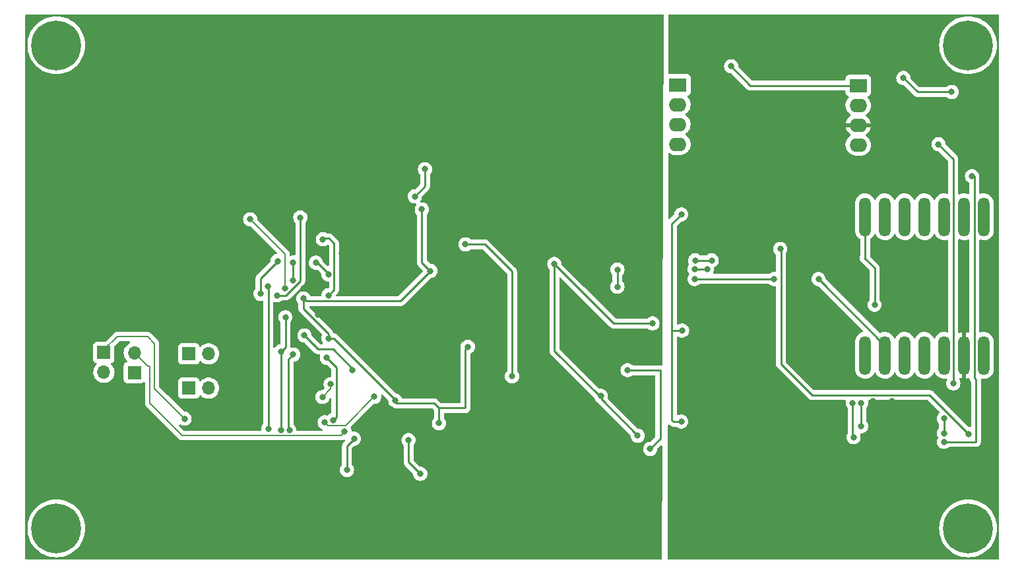
<source format=gbr>
%TF.GenerationSoftware,KiCad,Pcbnew,7.0.9*%
%TF.CreationDate,2024-10-16T13:46:26-06:00*%
%TF.ProjectId,sq_lockin_v9,73715f6c-6f63-46b6-996e-5f76392e6b69,rev?*%
%TF.SameCoordinates,Original*%
%TF.FileFunction,Copper,L2,Bot*%
%TF.FilePolarity,Positive*%
%FSLAX46Y46*%
G04 Gerber Fmt 4.6, Leading zero omitted, Abs format (unit mm)*
G04 Created by KiCad (PCBNEW 7.0.9) date 2024-10-16 13:46:26*
%MOMM*%
%LPD*%
G01*
G04 APERTURE LIST*
%TA.AperFunction,ComponentPad*%
%ADD10R,1.700000X1.700000*%
%TD*%
%TA.AperFunction,ComponentPad*%
%ADD11O,1.700000X1.700000*%
%TD*%
%TA.AperFunction,ComponentPad*%
%ADD12R,2.250000X1.750000*%
%TD*%
%TA.AperFunction,ComponentPad*%
%ADD13O,2.250000X1.750000*%
%TD*%
%TA.AperFunction,ComponentPad*%
%ADD14C,6.400000*%
%TD*%
%TA.AperFunction,ComponentPad*%
%ADD15O,1.500000X5.000000*%
%TD*%
%TA.AperFunction,ViaPad*%
%ADD16C,0.800000*%
%TD*%
%TA.AperFunction,Conductor*%
%ADD17C,0.250000*%
%TD*%
%TA.AperFunction,Conductor*%
%ADD18C,0.200000*%
%TD*%
G04 APERTURE END LIST*
D10*
%TO.P,J4,1,Pin_1*%
%TO.N,Net-(J4-Pin_1)*%
X131000000Y-93600000D03*
D11*
%TO.P,J4,2,Pin_2*%
%TO.N,/I-*%
X133540000Y-93600000D03*
%TD*%
D10*
%TO.P,J6,1,Pin_1*%
%TO.N,Net-(J6-Pin_1)*%
X131000000Y-98000000D03*
D11*
%TO.P,J6,2,Pin_2*%
%TO.N,/I-*%
X133540000Y-98000000D03*
%TD*%
D10*
%TO.P,J2,1,Pin_1*%
%TO.N,/V-*%
X120100000Y-93425000D03*
D11*
%TO.P,J2,2,Pin_2*%
%TO.N,/I-*%
X120100000Y-95965000D03*
%TD*%
D10*
%TO.P,J3,1,Pin_1*%
%TO.N,/I+*%
X124000000Y-96000000D03*
D11*
%TO.P,J3,2,Pin_2*%
%TO.N,/V+*%
X124000000Y-93460000D03*
%TD*%
D12*
%TO.P,PS2,1,-Vin*%
%TO.N,GNDPWR*%
X216900000Y-59160000D03*
D13*
%TO.P,PS2,2,+Vin*%
%TO.N,Net-(PS2-+Vin)*%
X216900000Y-61700000D03*
%TO.P,PS2,3,0V*%
%TO.N,GNDD*%
X216900000Y-64240000D03*
%TO.P,PS2,4,+Vout*%
%TO.N,/power/digital*%
X216900000Y-66780000D03*
%TD*%
D14*
%TO.P,H2,1*%
%TO.N,N/C*%
X114000000Y-54000000D03*
%TD*%
D15*
%TO.P,U5,1,P26*%
%TO.N,Net-(U4-INA)*%
X233020000Y-76010000D03*
%TO.P,U5,2,P27*%
%TO.N,Net-(U4-INB)*%
X230480000Y-76010000D03*
%TO.P,U5,3,P28*%
%TO.N,Net-(U4-INC)*%
X227940000Y-76010000D03*
%TO.P,U5,4,P29*%
%TO.N,Net-(U4-IND)*%
X225400000Y-76010000D03*
%TO.P,U5,5,P6*%
%TO.N,/P6*%
X222860000Y-76010000D03*
%TO.P,U5,6,P7*%
%TO.N,/P7*%
X220320000Y-76010000D03*
%TO.P,U5,7,P0*%
%TO.N,/tx*%
X217780000Y-76010000D03*
%TO.P,U5,8,P1*%
%TO.N,/rx*%
X217780000Y-93790000D03*
%TO.P,U5,9,P2*%
%TO.N,Net-(U5-P2)*%
X220320000Y-93790000D03*
%TO.P,U5,10,P4*%
%TO.N,unconnected-(U5-P4-Pad10)*%
X222860000Y-93790000D03*
%TO.P,U5,11,P3*%
%TO.N,unconnected-(U5-P3-Pad11)*%
X225400000Y-93790000D03*
%TO.P,U5,12,3V3*%
%TO.N,/MC3.3*%
X227940000Y-93790000D03*
%TO.P,U5,13,GND*%
%TO.N,GNDD*%
X230480000Y-93790000D03*
%TO.P,U5,14,5V*%
%TO.N,+5VD*%
X233020000Y-93790000D03*
%TD*%
D12*
%TO.P,PS1,1,-Vin*%
%TO.N,GNDPWR*%
X193757500Y-59092500D03*
D13*
%TO.P,PS1,2,+Vin*%
%TO.N,Net-(PS1-+Vin)*%
X193757500Y-61632500D03*
%TO.P,PS1,3,0V*%
%TO.N,GND*%
X193757500Y-64172500D03*
%TO.P,PS1,4,+Vout*%
%TO.N,Net-(PS1-+Vout)*%
X193757500Y-66712500D03*
%TD*%
D14*
%TO.P,H4,1*%
%TO.N,N/C*%
X114000000Y-116000000D03*
%TD*%
%TO.P,H1,1*%
%TO.N,N/C*%
X231000000Y-116000000D03*
%TD*%
%TO.P,H3,1*%
%TO.N,N/C*%
X231000000Y-54000000D03*
%TD*%
D16*
%TO.N,GNDD*%
X220150000Y-60500000D03*
%TO.N,GND*%
X129520000Y-91020000D03*
X133270000Y-84760000D03*
X134450000Y-88330000D03*
X121450000Y-89510000D03*
X118380000Y-89850000D03*
X124600000Y-87750000D03*
X166980000Y-66470000D03*
%TO.N,GNDD*%
X196970000Y-60320000D03*
X223180000Y-82990000D03*
X225850000Y-84020000D03*
X209770000Y-82130000D03*
X209970000Y-86420000D03*
X213310000Y-94040000D03*
X212170000Y-77330000D03*
%TO.N,GND*%
X187100000Y-78900000D03*
X152900000Y-92600000D03*
X164900000Y-99200000D03*
X150600000Y-80700000D03*
X146400000Y-99000000D03*
X153300000Y-77800000D03*
X138800000Y-85975500D03*
X187100000Y-91900000D03*
X145600000Y-89700000D03*
X147600000Y-88600000D03*
X162100000Y-81160000D03*
X145700000Y-85200000D03*
X183700000Y-94600000D03*
%TO.N,Net-(D1-K)*%
X160000000Y-73400000D03*
X161300000Y-69900000D03*
%TO.N,/vref*%
X166500000Y-79560000D03*
X172475000Y-96490000D03*
X152000000Y-95700000D03*
X145300000Y-76100000D03*
X142300000Y-86100000D03*
X145837701Y-91237701D03*
%TO.N,+3.3V*%
X177900000Y-82060000D03*
X183875000Y-98990000D03*
X140200000Y-85900000D03*
X157500000Y-99600000D03*
X188600000Y-104100000D03*
X162000000Y-82960000D03*
X145700000Y-86500000D03*
X163100000Y-102500000D03*
X190500000Y-89700000D03*
X148905378Y-91605378D03*
X144400000Y-81875500D03*
X144382604Y-84142300D03*
X166800000Y-92700000D03*
X160900000Y-75075500D03*
X142400000Y-81700000D03*
%TO.N,VD*%
X229100000Y-97400000D03*
X227200000Y-66700000D03*
%TO.N,/Sheet624B5D4E/ctrl+*%
X144400000Y-93700000D03*
X148200000Y-78900000D03*
X148900000Y-86100000D03*
X143900000Y-103400000D03*
%TO.N,/Sheet624B5D4E/in+*%
X148900011Y-83400000D03*
X147300000Y-81900000D03*
%TO.N,/sheet624D2E58/ctrl+*%
X149500000Y-102100000D03*
X148712299Y-94112299D03*
%TO.N,/sheet6256EE2A/out+*%
X143312452Y-85212452D03*
X138875000Y-76325000D03*
%TO.N,/sheet6256EE2A/ctrl+*%
X142800000Y-103400000D03*
X142800000Y-93300000D03*
X143400000Y-88900000D03*
%TO.N,/V-*%
X130447018Y-101922420D03*
X149200000Y-97500000D03*
X148155378Y-99144622D03*
%TO.N,/V+*%
X151000000Y-103600000D03*
%TO.N,/Sheet6275CBF8/in+*%
X148440261Y-102398005D03*
X154800000Y-99100000D03*
%TO.N,Net-(U14--)*%
X160700000Y-109000000D03*
X159200000Y-104675500D03*
%TO.N,GNDD*%
X218800000Y-105500000D03*
X218800000Y-99700000D03*
X197600000Y-89600000D03*
X221200000Y-99700000D03*
%TO.N,Net-(J8-VCC)*%
X231100000Y-103900000D03*
X206900000Y-80150500D03*
%TO.N,/MC3.3*%
X194300000Y-90600000D03*
X194200000Y-102300000D03*
X194200000Y-75700000D03*
%TO.N,Net-(J8-SCL)*%
X227900000Y-103800000D03*
X227900000Y-101900000D03*
%TO.N,GNDPWR*%
X222700000Y-58200000D03*
X228900000Y-60000000D03*
X200600000Y-56700000D03*
X231500000Y-70800000D03*
X227900000Y-104900000D03*
%TO.N,Net-(JP1-B)*%
X151300000Y-108500000D03*
X152200000Y-104500000D03*
%TO.N,/tx*%
X217300000Y-99900000D03*
X219000000Y-87300000D03*
X217300000Y-102900000D03*
%TO.N,/rx*%
X216200000Y-99900000D03*
X216300000Y-104300000D03*
%TO.N,/Dout_V*%
X186000000Y-82800000D03*
X186000000Y-85000000D03*
%TO.N,/P7*%
X197500000Y-82700000D03*
X195900000Y-82700000D03*
%TO.N,/P6*%
X195975500Y-81600000D03*
X198100000Y-81600000D03*
%TO.N,Net-(U4-OUTD)*%
X141200000Y-103200000D03*
X141150008Y-84950008D03*
X187300000Y-95700000D03*
X190200000Y-105800000D03*
%TO.N,Net-(U5-P2)*%
X206100000Y-84000000D03*
X195900000Y-84000000D03*
X211800000Y-84000000D03*
%TD*%
D17*
%TO.N,GND*%
X150600000Y-80500000D02*
X153300000Y-77800000D01*
X150600000Y-80700000D02*
X150600000Y-80500000D01*
%TO.N,Net-(D1-K)*%
X161300000Y-72100000D02*
X160000000Y-73400000D01*
X161300000Y-69900000D02*
X161300000Y-72100000D01*
%TO.N,/vref*%
X166500000Y-79560000D02*
X169000000Y-79560000D01*
X147600000Y-93000000D02*
X149500000Y-93000000D01*
X152000000Y-95500000D02*
X152000000Y-95700000D01*
X145300000Y-84249502D02*
X145300000Y-76100000D01*
X169000000Y-79560000D02*
X172475000Y-83035000D01*
X142300000Y-86100000D02*
X143449502Y-86100000D01*
X143449502Y-86100000D02*
X145300000Y-84249502D01*
X172475000Y-83035000D02*
X172475000Y-96490000D01*
X145837701Y-91237701D02*
X147600000Y-93000000D01*
X149500000Y-93000000D02*
X152000000Y-95500000D01*
%TO.N,+3.3V*%
X144400000Y-84124904D02*
X144382604Y-84142300D01*
X162500000Y-99960000D02*
X163100000Y-100560000D01*
X144400000Y-81875500D02*
X144400000Y-84124904D01*
X158175489Y-86824511D02*
X146024511Y-86824511D01*
X146024511Y-86824511D02*
X145700000Y-86500000D01*
X177900000Y-93200000D02*
X183690000Y-98990000D01*
X145700000Y-87800000D02*
X148905378Y-91005378D01*
X160900000Y-81860000D02*
X162000000Y-82960000D01*
X149580764Y-91605378D02*
X148905378Y-91605378D01*
X163100000Y-100560000D02*
X163100000Y-102500000D01*
X157600000Y-99960000D02*
X157600000Y-99624614D01*
X157600000Y-99624614D02*
X149580764Y-91605378D01*
X185540000Y-89700000D02*
X177900000Y-82060000D01*
X188600000Y-104100000D02*
X183875000Y-99375000D01*
X162000000Y-83000000D02*
X158175489Y-86824511D01*
X166500000Y-100560000D02*
X166500000Y-93000000D01*
X162000000Y-82960000D02*
X162000000Y-83000000D01*
X190500000Y-89700000D02*
X185540000Y-89700000D01*
X166500000Y-100560000D02*
X163100000Y-100560000D01*
X142400000Y-81700000D02*
X140200000Y-83900000D01*
X140200000Y-83900000D02*
X140200000Y-85900000D01*
X145700000Y-86500000D02*
X145700000Y-87800000D01*
X177900000Y-82060000D02*
X177900000Y-93200000D01*
X157600000Y-99960000D02*
X162500000Y-99960000D01*
X148905378Y-91005378D02*
X148905378Y-91605378D01*
X183690000Y-98990000D02*
X183875000Y-98990000D01*
X160900000Y-75075500D02*
X160900000Y-81860000D01*
X166500000Y-93000000D02*
X166800000Y-92700000D01*
X183875000Y-99375000D02*
X183875000Y-98990000D01*
%TO.N,VD*%
X227200000Y-66700000D02*
X229100000Y-68600000D01*
X229100000Y-68600000D02*
X229100000Y-97400000D01*
%TO.N,/Sheet624B5D4E/ctrl+*%
X148300000Y-78800000D02*
X148200000Y-78900000D01*
X143775489Y-94324511D02*
X144400000Y-93700000D01*
X149624511Y-85375489D02*
X149624511Y-79424511D01*
X143900000Y-103400000D02*
X143775489Y-103275489D01*
X149000000Y-78800000D02*
X148300000Y-78800000D01*
X148900000Y-86100000D02*
X149624511Y-85375489D01*
X143775489Y-103275489D02*
X143775489Y-94324511D01*
X149624511Y-79424511D02*
X149000000Y-78800000D01*
%TO.N,/Sheet624B5D4E/in+*%
X147500000Y-81900000D02*
X148900000Y-83300000D01*
X147300000Y-81900000D02*
X147500000Y-81900000D01*
%TO.N,/sheet624D2E58/ctrl+*%
X149924511Y-95324511D02*
X148712299Y-94112299D01*
X149924511Y-101675489D02*
X149924511Y-95324511D01*
X149500000Y-102100000D02*
X149924511Y-101675489D01*
D18*
%TO.N,/sheet6256EE2A/out+*%
X143312452Y-85212452D02*
X143312452Y-80762452D01*
X143312452Y-80762452D02*
X138875000Y-76325000D01*
D17*
%TO.N,/sheet6256EE2A/ctrl+*%
X143400000Y-92700000D02*
X142800000Y-93300000D01*
X143400000Y-88900000D02*
X143400000Y-92700000D01*
X142800000Y-103400000D02*
X142800000Y-93300000D01*
D18*
%TO.N,/V-*%
X126600000Y-98075402D02*
X130447018Y-101922420D01*
X125700000Y-91400000D02*
X126600000Y-92300000D01*
X149200000Y-97500000D02*
X149200000Y-98100000D01*
X121800000Y-91400000D02*
X125700000Y-91400000D01*
X120100000Y-93100000D02*
X121800000Y-91400000D01*
X149200000Y-98100000D02*
X148155378Y-99144622D01*
X126600000Y-92300000D02*
X126600000Y-98075402D01*
%TO.N,/V+*%
X126000000Y-99949511D02*
X126000000Y-95200000D01*
X150500489Y-104099511D02*
X130150000Y-104099511D01*
X125740000Y-95200000D02*
X124000000Y-93460000D01*
X126000000Y-95200000D02*
X125740000Y-95200000D01*
X130150000Y-104099511D02*
X126000000Y-99949511D01*
X151000000Y-103600000D02*
X150500489Y-104099511D01*
%TO.N,/Sheet6275CBF8/in+*%
X154800000Y-99100000D02*
X151100489Y-102799511D01*
X148841767Y-102799511D02*
X148440261Y-102398005D01*
X148841767Y-102799511D02*
X151100489Y-102799511D01*
D17*
%TO.N,Net-(U14--)*%
X159200000Y-104675500D02*
X159200000Y-107500000D01*
X159200000Y-107500000D02*
X160700000Y-109000000D01*
%TO.N,GNDD*%
X218800000Y-99700000D02*
X221200000Y-99700000D01*
%TO.N,Net-(J8-VCC)*%
X226099299Y-98899299D02*
X210973799Y-98899299D01*
X231100000Y-103900000D02*
X226099299Y-98899299D01*
X210973799Y-98899299D02*
X206974500Y-94900000D01*
X206900000Y-80150500D02*
X206974500Y-80225000D01*
X206974500Y-80225000D02*
X206974500Y-94900000D01*
%TO.N,/MC3.3*%
X193000000Y-90600000D02*
X193000000Y-102100000D01*
X193200000Y-102300000D02*
X194200000Y-102300000D01*
X193000000Y-102100000D02*
X193200000Y-102300000D01*
X193000000Y-76900000D02*
X193000000Y-90600000D01*
X193000000Y-90600000D02*
X194300000Y-90600000D01*
X194200000Y-75700000D02*
X193000000Y-76900000D01*
%TO.N,Net-(J8-SCL)*%
X227900000Y-101900000D02*
X227900000Y-103800000D01*
%TO.N,GNDPWR*%
X224500000Y-60000000D02*
X222700000Y-58200000D01*
X200600000Y-56700000D02*
X203060000Y-59160000D01*
X231500000Y-70800000D02*
X231555000Y-70855000D01*
X232000000Y-96900000D02*
X231800000Y-96700000D01*
X231800000Y-96700000D02*
X231800000Y-70810000D01*
X228900000Y-60000000D02*
X224500000Y-60000000D01*
X227900000Y-104900000D02*
X232000000Y-104900000D01*
X232000000Y-104900000D02*
X232000000Y-96900000D01*
X203060000Y-59160000D02*
X216900000Y-59160000D01*
%TO.N,Net-(JP1-B)*%
X152200000Y-104500000D02*
X151300000Y-105400000D01*
X151300000Y-105400000D02*
X151300000Y-108500000D01*
%TO.N,/tx*%
X217300000Y-102900000D02*
X217300000Y-99900000D01*
X219000000Y-82600000D02*
X217700000Y-81300000D01*
X217780000Y-81220000D02*
X217780000Y-77280000D01*
X219000000Y-87300000D02*
X219000000Y-82600000D01*
X217700000Y-81300000D02*
X217780000Y-81220000D01*
%TO.N,/rx*%
X216200000Y-99900000D02*
X216200000Y-104200000D01*
X216200000Y-104200000D02*
X216300000Y-104300000D01*
%TO.N,/Dout_V*%
X186000000Y-82800000D02*
X186000000Y-85000000D01*
%TO.N,/P7*%
X195900000Y-82700000D02*
X197500000Y-82700000D01*
%TO.N,/P6*%
X198100000Y-81600000D02*
X195975500Y-81600000D01*
%TO.N,Net-(U4-OUTD)*%
X187300000Y-95700000D02*
X191500000Y-95700000D01*
X191500000Y-104500000D02*
X191500000Y-95700000D01*
X141200000Y-85000000D02*
X141200000Y-103200000D01*
X141150008Y-84950008D02*
X141200000Y-85000000D01*
X191500000Y-104500000D02*
X190200000Y-105800000D01*
%TO.N,Net-(U5-P2)*%
X211800000Y-84000000D02*
X220320000Y-92520000D01*
X195900000Y-84000000D02*
X206100000Y-84000000D01*
%TD*%
%TA.AperFunction,Conductor*%
%TO.N,GNDD*%
G36*
X229909017Y-78884587D02*
G01*
X230089530Y-78961743D01*
X230310385Y-79012151D01*
X230536691Y-79022315D01*
X230761175Y-78991906D01*
X230976621Y-78921903D01*
X230980789Y-78919659D01*
X231050253Y-78904991D01*
X231116621Y-78930206D01*
X231158821Y-78987299D01*
X231166500Y-79030613D01*
X231166500Y-90774448D01*
X231146498Y-90842569D01*
X231092842Y-90889062D01*
X231022568Y-90899166D01*
X230990980Y-90890309D01*
X230870311Y-90838734D01*
X230734000Y-90807621D01*
X230734000Y-92208314D01*
X230718045Y-92192359D01*
X230605148Y-92134835D01*
X230511481Y-92120000D01*
X230448519Y-92120000D01*
X230354852Y-92134835D01*
X230241955Y-92192359D01*
X230226000Y-92208314D01*
X230226000Y-90804917D01*
X230198933Y-90808584D01*
X229983578Y-90878557D01*
X229919206Y-90913197D01*
X229849741Y-90927863D01*
X229783374Y-90902644D01*
X229741177Y-90845549D01*
X229733500Y-90802241D01*
X229733500Y-79000449D01*
X229753502Y-78932328D01*
X229807158Y-78885835D01*
X229877432Y-78875731D01*
X229909017Y-78884587D01*
G37*
%TD.AperFunction*%
%TA.AperFunction,Conductor*%
G36*
X234916621Y-50045502D02*
G01*
X234963114Y-50099158D01*
X234974500Y-50151500D01*
X234974500Y-119848500D01*
X234954498Y-119916621D01*
X234900842Y-119963114D01*
X234848500Y-119974500D01*
X192605322Y-119974500D01*
X192537201Y-119954498D01*
X192490708Y-119900842D01*
X192479322Y-119848446D01*
X192481038Y-116000006D01*
X227286411Y-116000006D01*
X227306752Y-116388167D01*
X227367561Y-116772097D01*
X227468168Y-117147568D01*
X227607463Y-117510443D01*
X227607467Y-117510451D01*
X227783938Y-117856795D01*
X227995637Y-118182785D01*
X227995649Y-118182802D01*
X228240253Y-118484862D01*
X228240267Y-118484877D01*
X228515122Y-118759732D01*
X228515137Y-118759746D01*
X228817197Y-119004350D01*
X228817214Y-119004362D01*
X229001185Y-119123833D01*
X229143205Y-119216062D01*
X229489547Y-119392532D01*
X229489551Y-119392533D01*
X229489556Y-119392536D01*
X229852431Y-119531831D01*
X229852436Y-119531832D01*
X229852438Y-119531833D01*
X230227901Y-119632438D01*
X230611824Y-119693246D01*
X230611826Y-119693246D01*
X230611832Y-119693247D01*
X230999994Y-119713589D01*
X231000000Y-119713589D01*
X231000006Y-119713589D01*
X231388167Y-119693247D01*
X231388171Y-119693246D01*
X231388176Y-119693246D01*
X231772099Y-119632438D01*
X232147562Y-119531833D01*
X232147565Y-119531831D01*
X232147568Y-119531831D01*
X232510443Y-119392536D01*
X232510444Y-119392535D01*
X232510453Y-119392532D01*
X232856795Y-119216062D01*
X233182793Y-119004357D01*
X233182802Y-119004350D01*
X233484862Y-118759746D01*
X233484867Y-118759740D01*
X233484876Y-118759734D01*
X233759734Y-118484876D01*
X233759740Y-118484867D01*
X233759746Y-118484862D01*
X234004350Y-118182802D01*
X234004351Y-118182799D01*
X234004357Y-118182793D01*
X234216062Y-117856795D01*
X234392532Y-117510453D01*
X234531833Y-117147562D01*
X234632438Y-116772099D01*
X234693246Y-116388176D01*
X234693246Y-116388171D01*
X234693247Y-116388167D01*
X234713589Y-116000006D01*
X234713589Y-115999993D01*
X234693247Y-115611832D01*
X234632438Y-115227902D01*
X234531831Y-114852431D01*
X234392536Y-114489556D01*
X234392532Y-114489548D01*
X234392532Y-114489547D01*
X234216062Y-114143206D01*
X234004357Y-113817207D01*
X234004354Y-113817203D01*
X234004352Y-113817200D01*
X233759746Y-113515137D01*
X233759732Y-113515122D01*
X233484877Y-113240267D01*
X233484862Y-113240253D01*
X233182802Y-112995649D01*
X233182785Y-112995637D01*
X232856795Y-112783938D01*
X232510451Y-112607467D01*
X232510443Y-112607463D01*
X232147568Y-112468168D01*
X231772097Y-112367561D01*
X231388167Y-112306752D01*
X231000006Y-112286411D01*
X230999994Y-112286411D01*
X230611832Y-112306752D01*
X230227902Y-112367561D01*
X229852431Y-112468168D01*
X229489556Y-112607463D01*
X229489548Y-112607467D01*
X229143205Y-112783938D01*
X228817203Y-112995645D01*
X228817200Y-112995647D01*
X228515137Y-113240253D01*
X228515122Y-113240267D01*
X228240267Y-113515122D01*
X228240253Y-113515137D01*
X227995647Y-113817200D01*
X227995645Y-113817203D01*
X227783938Y-114143205D01*
X227607467Y-114489548D01*
X227607463Y-114489556D01*
X227468168Y-114852431D01*
X227367561Y-115227902D01*
X227306752Y-115611832D01*
X227286411Y-115999993D01*
X227286411Y-116000006D01*
X192481038Y-116000006D01*
X192486930Y-102789710D01*
X192506962Y-102721601D01*
X192560639Y-102675132D01*
X192630917Y-102665060D01*
X192695485Y-102694581D01*
X192703587Y-102702874D01*
X192708000Y-102707018D01*
X192759095Y-102754999D01*
X192780231Y-102776135D01*
X192785770Y-102780431D01*
X192790282Y-102784285D01*
X192824679Y-102816586D01*
X192842427Y-102826342D01*
X192858957Y-102837201D01*
X192874959Y-102849614D01*
X192917459Y-102868004D01*
X192918262Y-102868352D01*
X192923583Y-102870958D01*
X192964940Y-102893695D01*
X192964948Y-102893697D01*
X192984558Y-102898732D01*
X193003267Y-102905137D01*
X193021855Y-102913181D01*
X193068477Y-102920564D01*
X193074262Y-102921763D01*
X193119970Y-102933500D01*
X193140224Y-102933500D01*
X193159934Y-102935051D01*
X193162141Y-102935400D01*
X193179943Y-102938220D01*
X193213870Y-102935012D01*
X193226917Y-102933780D01*
X193232850Y-102933500D01*
X193491800Y-102933500D01*
X193559921Y-102953502D01*
X193585437Y-102975190D01*
X193588747Y-102978866D01*
X193743248Y-103091118D01*
X193917712Y-103168794D01*
X194104513Y-103208500D01*
X194295487Y-103208500D01*
X194482288Y-103168794D01*
X194656752Y-103091118D01*
X194811253Y-102978866D01*
X194852101Y-102933500D01*
X194939034Y-102836951D01*
X194939035Y-102836949D01*
X194939040Y-102836944D01*
X195034527Y-102671556D01*
X195093542Y-102489928D01*
X195113504Y-102300000D01*
X195093542Y-102110072D01*
X195034527Y-101928444D01*
X194939040Y-101763056D01*
X194939038Y-101763054D01*
X194939034Y-101763048D01*
X194811255Y-101621135D01*
X194656752Y-101508882D01*
X194482288Y-101431206D01*
X194295487Y-101391500D01*
X194104513Y-101391500D01*
X193917711Y-101431206D01*
X193857179Y-101458157D01*
X193810748Y-101478829D01*
X193740382Y-101488263D01*
X193676085Y-101458157D01*
X193638271Y-101398068D01*
X193633500Y-101363722D01*
X193633500Y-91486015D01*
X193653502Y-91417894D01*
X193707158Y-91371401D01*
X193777432Y-91361297D01*
X193833560Y-91384079D01*
X193843248Y-91391118D01*
X194017712Y-91468794D01*
X194204513Y-91508500D01*
X194395487Y-91508500D01*
X194582288Y-91468794D01*
X194756752Y-91391118D01*
X194911253Y-91278866D01*
X194952101Y-91233500D01*
X195039034Y-91136951D01*
X195039035Y-91136949D01*
X195039040Y-91136944D01*
X195134527Y-90971556D01*
X195193542Y-90789928D01*
X195213504Y-90600000D01*
X195193542Y-90410072D01*
X195134527Y-90228444D01*
X195039040Y-90063056D01*
X195039038Y-90063054D01*
X195039034Y-90063048D01*
X194911255Y-89921135D01*
X194756752Y-89808882D01*
X194582288Y-89731206D01*
X194395487Y-89691500D01*
X194204513Y-89691500D01*
X194017711Y-89731206D01*
X193843248Y-89808882D01*
X193833560Y-89815921D01*
X193766692Y-89839779D01*
X193697541Y-89823697D01*
X193648061Y-89772783D01*
X193633500Y-89713984D01*
X193633500Y-84000000D01*
X194986496Y-84000000D01*
X195006457Y-84189927D01*
X195036526Y-84282470D01*
X195065473Y-84371556D01*
X195065476Y-84371561D01*
X195160958Y-84536941D01*
X195160965Y-84536951D01*
X195288744Y-84678864D01*
X195288747Y-84678866D01*
X195443248Y-84791118D01*
X195617712Y-84868794D01*
X195804513Y-84908500D01*
X195995487Y-84908500D01*
X196182288Y-84868794D01*
X196356752Y-84791118D01*
X196511253Y-84678866D01*
X196514563Y-84675190D01*
X196575009Y-84637950D01*
X196608200Y-84633500D01*
X205391800Y-84633500D01*
X205459921Y-84653502D01*
X205485437Y-84675190D01*
X205488747Y-84678866D01*
X205643248Y-84791118D01*
X205817712Y-84868794D01*
X206004513Y-84908500D01*
X206195478Y-84908500D01*
X206195487Y-84908500D01*
X206195495Y-84908498D01*
X206201819Y-84907833D01*
X206271658Y-84920599D01*
X206323509Y-84969097D01*
X206341000Y-85033142D01*
X206341000Y-94816146D01*
X206339251Y-94831988D01*
X206339544Y-94832016D01*
X206338798Y-94839907D01*
X206341000Y-94909957D01*
X206341000Y-94939851D01*
X206341001Y-94939872D01*
X206341878Y-94946820D01*
X206342344Y-94952732D01*
X206343826Y-94999888D01*
X206343827Y-94999893D01*
X206349477Y-95019339D01*
X206353486Y-95038697D01*
X206356025Y-95058793D01*
X206356026Y-95058799D01*
X206373393Y-95102662D01*
X206375316Y-95108279D01*
X206388482Y-95153593D01*
X206398794Y-95171031D01*
X206407488Y-95188779D01*
X206414944Y-95207609D01*
X206414950Y-95207620D01*
X206442677Y-95245783D01*
X206445937Y-95250746D01*
X206469960Y-95291365D01*
X206484279Y-95305684D01*
X206497117Y-95320714D01*
X206506656Y-95333843D01*
X206509028Y-95337107D01*
X206537294Y-95360491D01*
X206545386Y-95367185D01*
X206549767Y-95371171D01*
X209506930Y-98328335D01*
X210466554Y-99287959D01*
X210476519Y-99300396D01*
X210476746Y-99300209D01*
X210481798Y-99306316D01*
X210532877Y-99354282D01*
X210554022Y-99375428D01*
X210554026Y-99375431D01*
X210554029Y-99375434D01*
X210559581Y-99379741D01*
X210564068Y-99383572D01*
X210586758Y-99404880D01*
X210598476Y-99415884D01*
X210598478Y-99415885D01*
X210616227Y-99425642D01*
X210632752Y-99436497D01*
X210648758Y-99448913D01*
X210690485Y-99466969D01*
X210692061Y-99467651D01*
X210697382Y-99470257D01*
X210738739Y-99492994D01*
X210738747Y-99492996D01*
X210758357Y-99498031D01*
X210777066Y-99504436D01*
X210795654Y-99512480D01*
X210842276Y-99519863D01*
X210848061Y-99521062D01*
X210893769Y-99532799D01*
X210914023Y-99532799D01*
X210933733Y-99534350D01*
X210935590Y-99534644D01*
X210953742Y-99537519D01*
X210987669Y-99534311D01*
X211000716Y-99533079D01*
X211006649Y-99532799D01*
X215190633Y-99532799D01*
X215258754Y-99552801D01*
X215305247Y-99606457D01*
X215315351Y-99676731D01*
X215310466Y-99697735D01*
X215306457Y-99710071D01*
X215286496Y-99900000D01*
X215306457Y-100089927D01*
X215336526Y-100182470D01*
X215365473Y-100271556D01*
X215460960Y-100436944D01*
X215534137Y-100518215D01*
X215564853Y-100582220D01*
X215566500Y-100602524D01*
X215566500Y-103719698D01*
X215549619Y-103782698D01*
X215465476Y-103928438D01*
X215465473Y-103928445D01*
X215406457Y-104110072D01*
X215386496Y-104300000D01*
X215406457Y-104489927D01*
X215418973Y-104528445D01*
X215465473Y-104671556D01*
X215465476Y-104671561D01*
X215560958Y-104836941D01*
X215560965Y-104836951D01*
X215688744Y-104978864D01*
X215688747Y-104978866D01*
X215843248Y-105091118D01*
X216017712Y-105168794D01*
X216204513Y-105208500D01*
X216395487Y-105208500D01*
X216582288Y-105168794D01*
X216756752Y-105091118D01*
X216911253Y-104978866D01*
X216917622Y-104971793D01*
X217039034Y-104836951D01*
X217039035Y-104836949D01*
X217039040Y-104836944D01*
X217134527Y-104671556D01*
X217193542Y-104489928D01*
X217213504Y-104300000D01*
X217193542Y-104110072D01*
X217149145Y-103973436D01*
X217147118Y-103902469D01*
X217183781Y-103841671D01*
X217247493Y-103810346D01*
X217268979Y-103808500D01*
X217395487Y-103808500D01*
X217582288Y-103768794D01*
X217756752Y-103691118D01*
X217911253Y-103578866D01*
X218039040Y-103436944D01*
X218134527Y-103271556D01*
X218193542Y-103089928D01*
X218213504Y-102900000D01*
X218193542Y-102710072D01*
X218134527Y-102528444D01*
X218064767Y-102407617D01*
X218039042Y-102363059D01*
X218039041Y-102363058D01*
X218039040Y-102363056D01*
X217965863Y-102281784D01*
X217935146Y-102217776D01*
X217933500Y-102197474D01*
X217933500Y-100602524D01*
X217953502Y-100534403D01*
X217965858Y-100518220D01*
X218039040Y-100436944D01*
X218134527Y-100271556D01*
X218193542Y-100089928D01*
X218213504Y-99900000D01*
X218193542Y-99710072D01*
X218193542Y-99710071D01*
X218189534Y-99697735D01*
X218187507Y-99626767D01*
X218224169Y-99565969D01*
X218287881Y-99534644D01*
X218309367Y-99532799D01*
X225784705Y-99532799D01*
X225852826Y-99552801D01*
X225873800Y-99569704D01*
X227321398Y-101017302D01*
X227355424Y-101079614D01*
X227350359Y-101150429D01*
X227307812Y-101207265D01*
X227306369Y-101208330D01*
X227288747Y-101221133D01*
X227160962Y-101363053D01*
X227160958Y-101363058D01*
X227065476Y-101528438D01*
X227065473Y-101528445D01*
X227006457Y-101710072D01*
X226986496Y-101900000D01*
X227006457Y-102089927D01*
X227025898Y-102149759D01*
X227065473Y-102271556D01*
X227160960Y-102436944D01*
X227234137Y-102518215D01*
X227264853Y-102582220D01*
X227266500Y-102602524D01*
X227266500Y-103097474D01*
X227246498Y-103165595D01*
X227234137Y-103181784D01*
X227160957Y-103263059D01*
X227065476Y-103428438D01*
X227065473Y-103428445D01*
X227006457Y-103610072D01*
X226986496Y-103800000D01*
X227006457Y-103989927D01*
X227036526Y-104082470D01*
X227065473Y-104171556D01*
X227065476Y-104171561D01*
X227132124Y-104287000D01*
X227148862Y-104355996D01*
X227132124Y-104413000D01*
X227065476Y-104528438D01*
X227065473Y-104528445D01*
X227006457Y-104710072D01*
X226986496Y-104900000D01*
X227006457Y-105089927D01*
X227032083Y-105168793D01*
X227065473Y-105271556D01*
X227065476Y-105271561D01*
X227160958Y-105436941D01*
X227160965Y-105436951D01*
X227288744Y-105578864D01*
X227288747Y-105578866D01*
X227443248Y-105691118D01*
X227617712Y-105768794D01*
X227804513Y-105808500D01*
X227995487Y-105808500D01*
X228182288Y-105768794D01*
X228356752Y-105691118D01*
X228511253Y-105578866D01*
X228514563Y-105575190D01*
X228575009Y-105537950D01*
X228608200Y-105533500D01*
X231928206Y-105533500D01*
X231951816Y-105535731D01*
X231959906Y-105537275D01*
X232017949Y-105533623D01*
X232021883Y-105533500D01*
X232039855Y-105533500D01*
X232039856Y-105533500D01*
X232057683Y-105531247D01*
X232061612Y-105530876D01*
X232119650Y-105527225D01*
X232127481Y-105524679D01*
X232150631Y-105519505D01*
X232158797Y-105518474D01*
X232212861Y-105497067D01*
X232216538Y-105495743D01*
X232271875Y-105477764D01*
X232278825Y-105473352D01*
X232299967Y-105462580D01*
X232307617Y-105459552D01*
X232354678Y-105425359D01*
X232357908Y-105423165D01*
X232407018Y-105392000D01*
X232412658Y-105385993D01*
X232430444Y-105370312D01*
X232437107Y-105365472D01*
X232474184Y-105320651D01*
X232476770Y-105317718D01*
X232516586Y-105275321D01*
X232520550Y-105268108D01*
X232533885Y-105248486D01*
X232539133Y-105242144D01*
X232563891Y-105189528D01*
X232565679Y-105186018D01*
X232593695Y-105135060D01*
X232595743Y-105127081D01*
X232603774Y-105104773D01*
X232607283Y-105097318D01*
X232618183Y-105040173D01*
X232619040Y-105036345D01*
X232633500Y-104980030D01*
X232633500Y-104971793D01*
X232635733Y-104948179D01*
X232637274Y-104940100D01*
X232637274Y-104940099D01*
X232637275Y-104940094D01*
X232633623Y-104882050D01*
X232633500Y-104878115D01*
X232633500Y-96983854D01*
X232635249Y-96968012D01*
X232634956Y-96967985D01*
X232635700Y-96960098D01*
X232635702Y-96960092D01*
X232633960Y-96904694D01*
X232651812Y-96835982D01*
X232703979Y-96787826D01*
X232773901Y-96775519D01*
X232787925Y-96777895D01*
X232850385Y-96792151D01*
X233076691Y-96802315D01*
X233301175Y-96771906D01*
X233516621Y-96701903D01*
X233716106Y-96594556D01*
X233893218Y-96453314D01*
X234042263Y-96282718D01*
X234158453Y-96088250D01*
X234238051Y-95876161D01*
X234258111Y-95765622D01*
X234278500Y-95653270D01*
X234278500Y-91983484D01*
X234278500Y-91983478D01*
X234263281Y-91814378D01*
X234263281Y-91814376D01*
X234203015Y-91596009D01*
X234104728Y-91391913D01*
X234104724Y-91391906D01*
X234104152Y-91391118D01*
X233971571Y-91208637D01*
X233807834Y-91052088D01*
X233807833Y-91052087D01*
X233618778Y-90927293D01*
X233618770Y-90927289D01*
X233410470Y-90838257D01*
X233410468Y-90838256D01*
X233189615Y-90787849D01*
X232963313Y-90777685D01*
X232963312Y-90777685D01*
X232963309Y-90777685D01*
X232738825Y-90808094D01*
X232738824Y-90808094D01*
X232738819Y-90808095D01*
X232598436Y-90853708D01*
X232527468Y-90855735D01*
X232466670Y-90819073D01*
X232435345Y-90755360D01*
X232433500Y-90733875D01*
X232433500Y-79068837D01*
X232453502Y-79000716D01*
X232507158Y-78954223D01*
X232577432Y-78944119D01*
X232609019Y-78952976D01*
X232629530Y-78961743D01*
X232850385Y-79012151D01*
X233076691Y-79022315D01*
X233301175Y-78991906D01*
X233516621Y-78921903D01*
X233716106Y-78814556D01*
X233893218Y-78673314D01*
X234042263Y-78502718D01*
X234158453Y-78308250D01*
X234238051Y-78096161D01*
X234258111Y-77985622D01*
X234278500Y-77873270D01*
X234278500Y-74203484D01*
X234278500Y-74203478D01*
X234263281Y-74034378D01*
X234263281Y-74034376D01*
X234203015Y-73816009D01*
X234104728Y-73611913D01*
X234104724Y-73611906D01*
X234035976Y-73517282D01*
X233971571Y-73428637D01*
X233807834Y-73272088D01*
X233807833Y-73272087D01*
X233618778Y-73147293D01*
X233618770Y-73147289D01*
X233410470Y-73058257D01*
X233410468Y-73058256D01*
X233189615Y-73007849D01*
X232963313Y-72997685D01*
X232963312Y-72997685D01*
X232963309Y-72997685D01*
X232738825Y-73028094D01*
X232738824Y-73028094D01*
X232738819Y-73028095D01*
X232598436Y-73073708D01*
X232527468Y-73075735D01*
X232466670Y-73039073D01*
X232435345Y-72975360D01*
X232433500Y-72953875D01*
X232433500Y-70770146D01*
X232433498Y-70770129D01*
X232418475Y-70651207D01*
X232418474Y-70651205D01*
X232418474Y-70651203D01*
X232359552Y-70502383D01*
X232359551Y-70502381D01*
X232356632Y-70495009D01*
X232356998Y-70494863D01*
X232353423Y-70486602D01*
X232334527Y-70428444D01*
X232239040Y-70263056D01*
X232239038Y-70263054D01*
X232239034Y-70263048D01*
X232111255Y-70121135D01*
X231956752Y-70008882D01*
X231782288Y-69931206D01*
X231595487Y-69891500D01*
X231404513Y-69891500D01*
X231217711Y-69931206D01*
X231043247Y-70008882D01*
X230888744Y-70121135D01*
X230760965Y-70263048D01*
X230760958Y-70263058D01*
X230665476Y-70428438D01*
X230665473Y-70428445D01*
X230606457Y-70610072D01*
X230586496Y-70800000D01*
X230606457Y-70989927D01*
X230636526Y-71082470D01*
X230665473Y-71171556D01*
X230665476Y-71171561D01*
X230760958Y-71336941D01*
X230760965Y-71336951D01*
X230888744Y-71478864D01*
X230888747Y-71478866D01*
X231043248Y-71591118D01*
X231091749Y-71612711D01*
X231145844Y-71658690D01*
X231166494Y-71726617D01*
X231166500Y-71727818D01*
X231166500Y-72993905D01*
X231146498Y-73062026D01*
X231092842Y-73108519D01*
X231022568Y-73118623D01*
X230990979Y-73109765D01*
X230870470Y-73058257D01*
X230870468Y-73058256D01*
X230649615Y-73007849D01*
X230423313Y-72997685D01*
X230423312Y-72997685D01*
X230423309Y-72997685D01*
X230311067Y-73012889D01*
X230198821Y-73028094D01*
X229983375Y-73098098D01*
X229919206Y-73132629D01*
X229849741Y-73147295D01*
X229783374Y-73122076D01*
X229741177Y-73064981D01*
X229733500Y-73021673D01*
X229733500Y-68683854D01*
X229735249Y-68668012D01*
X229734956Y-68667985D01*
X229735700Y-68660099D01*
X229735702Y-68660092D01*
X229733500Y-68590028D01*
X229733500Y-68560144D01*
X229732620Y-68553182D01*
X229732156Y-68547293D01*
X229730674Y-68500111D01*
X229725017Y-68480642D01*
X229721012Y-68461298D01*
X229718474Y-68441203D01*
X229701100Y-68397322D01*
X229699181Y-68391716D01*
X229686018Y-68346407D01*
X229675706Y-68328970D01*
X229667010Y-68311221D01*
X229659552Y-68292383D01*
X229631812Y-68254203D01*
X229628564Y-68249258D01*
X229604542Y-68208638D01*
X229590214Y-68194310D01*
X229577384Y-68179289D01*
X229565472Y-68162893D01*
X229565469Y-68162891D01*
X229565469Y-68162890D01*
X229529107Y-68132808D01*
X229524726Y-68128822D01*
X228147119Y-66751214D01*
X228113095Y-66688905D01*
X228110908Y-66675309D01*
X228093542Y-66510072D01*
X228034527Y-66328444D01*
X227939040Y-66163056D01*
X227939038Y-66163054D01*
X227939034Y-66163048D01*
X227811255Y-66021135D01*
X227656752Y-65908882D01*
X227482288Y-65831206D01*
X227295487Y-65791500D01*
X227104513Y-65791500D01*
X226917711Y-65831206D01*
X226743247Y-65908882D01*
X226588744Y-66021135D01*
X226460965Y-66163048D01*
X226460958Y-66163058D01*
X226365476Y-66328438D01*
X226365473Y-66328445D01*
X226306457Y-66510072D01*
X226286496Y-66700000D01*
X226306457Y-66889927D01*
X226328047Y-66956371D01*
X226365473Y-67071556D01*
X226365476Y-67071561D01*
X226460958Y-67236941D01*
X226460965Y-67236951D01*
X226588744Y-67378864D01*
X226588747Y-67378866D01*
X226743248Y-67491118D01*
X226917712Y-67568794D01*
X227104513Y-67608500D01*
X227160406Y-67608500D01*
X227228527Y-67628502D01*
X227249501Y-67645405D01*
X228429595Y-68825499D01*
X228463621Y-68887811D01*
X228466500Y-68914594D01*
X228466500Y-72931305D01*
X228446498Y-72999426D01*
X228392842Y-73045919D01*
X228322568Y-73056023D01*
X228312463Y-73054146D01*
X228109615Y-73007849D01*
X227883313Y-72997685D01*
X227883312Y-72997685D01*
X227883309Y-72997685D01*
X227771067Y-73012889D01*
X227658821Y-73028094D01*
X227443373Y-73098099D01*
X227243899Y-73205440D01*
X227243892Y-73205444D01*
X227066780Y-73346687D01*
X226917737Y-73517280D01*
X226801550Y-73711743D01*
X226801548Y-73711747D01*
X226787422Y-73749385D01*
X226744758Y-73806133D01*
X226678187Y-73830806D01*
X226608844Y-73815572D01*
X226558745Y-73765266D01*
X226555953Y-73759815D01*
X226484725Y-73611907D01*
X226351571Y-73428637D01*
X226187834Y-73272088D01*
X226187833Y-73272087D01*
X225998778Y-73147293D01*
X225998770Y-73147289D01*
X225790470Y-73058257D01*
X225790468Y-73058256D01*
X225569615Y-73007849D01*
X225343313Y-72997685D01*
X225343312Y-72997685D01*
X225343309Y-72997685D01*
X225231067Y-73012889D01*
X225118821Y-73028094D01*
X224903373Y-73098099D01*
X224703899Y-73205440D01*
X224703892Y-73205444D01*
X224526780Y-73346687D01*
X224377737Y-73517280D01*
X224261550Y-73711743D01*
X224261548Y-73711747D01*
X224247422Y-73749385D01*
X224204758Y-73806133D01*
X224138187Y-73830806D01*
X224068844Y-73815572D01*
X224018745Y-73765266D01*
X224015953Y-73759815D01*
X223944725Y-73611907D01*
X223811571Y-73428637D01*
X223647834Y-73272088D01*
X223647833Y-73272087D01*
X223458778Y-73147293D01*
X223458770Y-73147289D01*
X223250470Y-73058257D01*
X223250468Y-73058256D01*
X223029615Y-73007849D01*
X222803313Y-72997685D01*
X222803312Y-72997685D01*
X222803309Y-72997685D01*
X222691067Y-73012889D01*
X222578821Y-73028094D01*
X222363373Y-73098099D01*
X222163899Y-73205440D01*
X222163892Y-73205444D01*
X221986780Y-73346687D01*
X221837737Y-73517280D01*
X221721550Y-73711743D01*
X221721548Y-73711747D01*
X221707422Y-73749385D01*
X221664758Y-73806133D01*
X221598187Y-73830806D01*
X221528844Y-73815572D01*
X221478745Y-73765266D01*
X221475953Y-73759815D01*
X221404725Y-73611907D01*
X221271571Y-73428637D01*
X221107834Y-73272088D01*
X221107833Y-73272087D01*
X220918778Y-73147293D01*
X220918770Y-73147289D01*
X220710470Y-73058257D01*
X220710468Y-73058256D01*
X220489615Y-73007849D01*
X220263313Y-72997685D01*
X220263312Y-72997685D01*
X220263309Y-72997685D01*
X220151067Y-73012889D01*
X220038821Y-73028094D01*
X219823373Y-73098099D01*
X219623899Y-73205440D01*
X219623892Y-73205444D01*
X219446780Y-73346687D01*
X219297737Y-73517280D01*
X219181550Y-73711743D01*
X219181548Y-73711747D01*
X219167422Y-73749385D01*
X219124758Y-73806133D01*
X219058187Y-73830806D01*
X218988844Y-73815572D01*
X218938745Y-73765266D01*
X218935953Y-73759815D01*
X218864725Y-73611907D01*
X218731571Y-73428637D01*
X218567834Y-73272088D01*
X218567833Y-73272087D01*
X218378778Y-73147293D01*
X218378770Y-73147289D01*
X218170470Y-73058257D01*
X218170468Y-73058256D01*
X217949615Y-73007849D01*
X217723313Y-72997685D01*
X217723312Y-72997685D01*
X217723309Y-72997685D01*
X217611067Y-73012889D01*
X217498821Y-73028094D01*
X217283373Y-73098099D01*
X217083899Y-73205440D01*
X217083892Y-73205444D01*
X216906780Y-73346687D01*
X216757737Y-73517280D01*
X216641550Y-73711743D01*
X216641548Y-73711747D01*
X216561947Y-73923843D01*
X216521500Y-74146729D01*
X216521500Y-77816518D01*
X216536718Y-77985623D01*
X216596984Y-78203990D01*
X216695271Y-78408086D01*
X216695275Y-78408093D01*
X216828429Y-78591363D01*
X216992166Y-78747912D01*
X217033500Y-78775196D01*
X217089913Y-78812434D01*
X217135746Y-78866654D01*
X217146500Y-78917590D01*
X217146500Y-80957845D01*
X217136135Y-81007891D01*
X217127291Y-81028326D01*
X217125607Y-81031904D01*
X217099214Y-81083704D01*
X217097416Y-81091749D01*
X217090093Y-81114287D01*
X217086819Y-81121853D01*
X217077723Y-81179281D01*
X217076981Y-81183169D01*
X217064298Y-81239905D01*
X217064297Y-81239913D01*
X217064556Y-81248149D01*
X217063068Y-81271804D01*
X217061780Y-81279938D01*
X217061779Y-81279944D01*
X217067251Y-81337827D01*
X217067500Y-81341777D01*
X217069326Y-81399885D01*
X217069327Y-81399891D01*
X217071626Y-81407804D01*
X217076066Y-81431080D01*
X217076842Y-81439290D01*
X217076843Y-81439291D01*
X217096539Y-81494003D01*
X217097761Y-81497765D01*
X217113981Y-81553592D01*
X217118173Y-81560680D01*
X217128265Y-81582125D01*
X217131059Y-81589884D01*
X217131061Y-81589889D01*
X217163751Y-81637991D01*
X217165865Y-81641323D01*
X217195457Y-81691361D01*
X217195460Y-81691365D01*
X217201279Y-81697184D01*
X217216392Y-81715451D01*
X217221025Y-81722267D01*
X217221028Y-81722271D01*
X217264648Y-81760727D01*
X217267517Y-81763421D01*
X217815300Y-82311204D01*
X218329595Y-82825499D01*
X218363621Y-82887811D01*
X218366500Y-82914594D01*
X218366500Y-86597474D01*
X218346498Y-86665595D01*
X218334137Y-86681784D01*
X218260957Y-86763059D01*
X218165476Y-86928438D01*
X218165473Y-86928445D01*
X218106457Y-87110072D01*
X218086496Y-87300000D01*
X218106457Y-87489927D01*
X218136526Y-87582470D01*
X218165473Y-87671556D01*
X218165476Y-87671561D01*
X218260958Y-87836941D01*
X218260965Y-87836951D01*
X218388744Y-87978864D01*
X218388747Y-87978866D01*
X218543248Y-88091118D01*
X218717712Y-88168794D01*
X218904513Y-88208500D01*
X219095487Y-88208500D01*
X219282288Y-88168794D01*
X219456752Y-88091118D01*
X219611253Y-87978866D01*
X219739040Y-87836944D01*
X219834527Y-87671556D01*
X219893542Y-87489928D01*
X219913504Y-87300000D01*
X219893542Y-87110072D01*
X219834527Y-86928444D01*
X219739040Y-86763056D01*
X219665863Y-86681784D01*
X219635146Y-86617776D01*
X219633500Y-86597474D01*
X219633500Y-82683854D01*
X219635249Y-82668012D01*
X219634956Y-82667985D01*
X219635700Y-82660099D01*
X219635702Y-82660092D01*
X219633500Y-82590028D01*
X219633500Y-82560144D01*
X219632620Y-82553182D01*
X219632156Y-82547293D01*
X219630674Y-82500111D01*
X219625020Y-82480652D01*
X219621012Y-82461297D01*
X219618474Y-82441203D01*
X219601103Y-82397329D01*
X219599189Y-82391740D01*
X219586019Y-82346407D01*
X219575703Y-82328964D01*
X219567005Y-82311209D01*
X219559552Y-82292383D01*
X219531818Y-82254210D01*
X219528558Y-82249247D01*
X219504542Y-82208638D01*
X219490214Y-82194310D01*
X219477384Y-82179289D01*
X219465472Y-82162893D01*
X219465469Y-82162891D01*
X219465469Y-82162890D01*
X219429107Y-82132808D01*
X219424726Y-82128822D01*
X218450402Y-81154497D01*
X218416379Y-81092188D01*
X218413500Y-81065405D01*
X218413500Y-78923527D01*
X218433502Y-78855406D01*
X218472482Y-78819345D01*
X218471380Y-78817676D01*
X218476104Y-78814557D01*
X218476103Y-78814557D01*
X218476106Y-78814556D01*
X218581476Y-78730526D01*
X218653216Y-78673316D01*
X218653216Y-78673315D01*
X218653218Y-78673314D01*
X218802263Y-78502718D01*
X218918453Y-78308250D01*
X218932577Y-78270614D01*
X218975238Y-78213868D01*
X219041809Y-78189193D01*
X219111152Y-78204426D01*
X219161252Y-78254730D01*
X219164064Y-78260221D01*
X219235271Y-78408086D01*
X219235275Y-78408093D01*
X219368429Y-78591363D01*
X219368430Y-78591364D01*
X219532166Y-78747912D01*
X219684164Y-78848245D01*
X219721226Y-78872709D01*
X219929530Y-78961743D01*
X220150385Y-79012151D01*
X220376691Y-79022315D01*
X220601175Y-78991906D01*
X220816621Y-78921903D01*
X221016106Y-78814556D01*
X221193218Y-78673314D01*
X221342263Y-78502718D01*
X221458453Y-78308250D01*
X221472577Y-78270614D01*
X221515238Y-78213868D01*
X221581809Y-78189193D01*
X221651152Y-78204426D01*
X221701252Y-78254730D01*
X221704064Y-78260221D01*
X221775271Y-78408086D01*
X221775275Y-78408093D01*
X221908429Y-78591363D01*
X221908430Y-78591364D01*
X222072166Y-78747912D01*
X222224164Y-78848245D01*
X222261226Y-78872709D01*
X222469530Y-78961743D01*
X222690385Y-79012151D01*
X222916691Y-79022315D01*
X223141175Y-78991906D01*
X223356621Y-78921903D01*
X223556106Y-78814556D01*
X223733218Y-78673314D01*
X223882263Y-78502718D01*
X223998453Y-78308250D01*
X224012577Y-78270614D01*
X224055238Y-78213868D01*
X224121809Y-78189193D01*
X224191152Y-78204426D01*
X224241252Y-78254730D01*
X224244064Y-78260221D01*
X224315271Y-78408086D01*
X224315275Y-78408093D01*
X224448429Y-78591363D01*
X224448430Y-78591364D01*
X224612166Y-78747912D01*
X224764164Y-78848245D01*
X224801226Y-78872709D01*
X225009530Y-78961743D01*
X225230385Y-79012151D01*
X225456691Y-79022315D01*
X225681175Y-78991906D01*
X225896621Y-78921903D01*
X226096106Y-78814556D01*
X226273218Y-78673314D01*
X226422263Y-78502718D01*
X226538453Y-78308250D01*
X226552577Y-78270614D01*
X226595238Y-78213868D01*
X226661809Y-78189193D01*
X226731152Y-78204426D01*
X226781252Y-78254730D01*
X226784064Y-78260221D01*
X226855271Y-78408086D01*
X226855275Y-78408093D01*
X226988429Y-78591363D01*
X226988430Y-78591364D01*
X227152166Y-78747912D01*
X227304164Y-78848245D01*
X227341226Y-78872709D01*
X227549530Y-78961743D01*
X227770385Y-79012151D01*
X227996691Y-79022315D01*
X228221175Y-78991906D01*
X228301563Y-78965785D01*
X228372531Y-78963758D01*
X228433329Y-79000420D01*
X228464654Y-79064132D01*
X228466500Y-79085619D01*
X228466500Y-90711305D01*
X228446498Y-90779426D01*
X228392842Y-90825919D01*
X228322568Y-90836023D01*
X228312463Y-90834146D01*
X228109615Y-90787849D01*
X227883313Y-90777685D01*
X227883312Y-90777685D01*
X227883309Y-90777685D01*
X227771067Y-90792889D01*
X227658821Y-90808094D01*
X227443373Y-90878099D01*
X227243899Y-90985440D01*
X227243892Y-90985444D01*
X227066780Y-91126687D01*
X226917737Y-91297280D01*
X226801550Y-91491743D01*
X226801548Y-91491747D01*
X226787422Y-91529385D01*
X226744758Y-91586133D01*
X226678187Y-91610806D01*
X226608844Y-91595572D01*
X226558745Y-91545266D01*
X226555953Y-91539815D01*
X226484725Y-91391907D01*
X226351571Y-91208637D01*
X226187834Y-91052088D01*
X226187833Y-91052087D01*
X225998778Y-90927293D01*
X225998770Y-90927289D01*
X225790470Y-90838257D01*
X225790468Y-90838256D01*
X225569615Y-90787849D01*
X225343313Y-90777685D01*
X225343312Y-90777685D01*
X225343309Y-90777685D01*
X225231067Y-90792889D01*
X225118821Y-90808094D01*
X224903373Y-90878099D01*
X224703899Y-90985440D01*
X224703892Y-90985444D01*
X224526780Y-91126687D01*
X224377737Y-91297280D01*
X224261550Y-91491743D01*
X224261548Y-91491747D01*
X224247422Y-91529385D01*
X224204758Y-91586133D01*
X224138187Y-91610806D01*
X224068844Y-91595572D01*
X224018745Y-91545266D01*
X224015953Y-91539815D01*
X223944725Y-91391907D01*
X223811571Y-91208637D01*
X223647834Y-91052088D01*
X223647833Y-91052087D01*
X223458778Y-90927293D01*
X223458770Y-90927289D01*
X223250470Y-90838257D01*
X223250468Y-90838256D01*
X223029615Y-90787849D01*
X222803313Y-90777685D01*
X222803312Y-90777685D01*
X222803309Y-90777685D01*
X222691067Y-90792889D01*
X222578821Y-90808094D01*
X222363373Y-90878099D01*
X222163899Y-90985440D01*
X222163892Y-90985444D01*
X221986780Y-91126687D01*
X221837737Y-91297280D01*
X221721550Y-91491743D01*
X221721548Y-91491747D01*
X221707422Y-91529385D01*
X221664758Y-91586133D01*
X221598187Y-91610806D01*
X221528844Y-91595572D01*
X221478745Y-91545266D01*
X221475953Y-91539815D01*
X221404725Y-91391907D01*
X221271571Y-91208637D01*
X221107834Y-91052088D01*
X221107833Y-91052087D01*
X220918778Y-90927293D01*
X220918770Y-90927289D01*
X220710470Y-90838257D01*
X220710468Y-90838256D01*
X220489615Y-90787849D01*
X220263313Y-90777685D01*
X220263312Y-90777685D01*
X220263309Y-90777685D01*
X220151067Y-90792889D01*
X220038821Y-90808094D01*
X219823375Y-90878098D01*
X219743776Y-90920932D01*
X219674311Y-90935598D01*
X219607944Y-90910379D01*
X219594975Y-90899071D01*
X216185832Y-87489928D01*
X212747121Y-84051216D01*
X212713095Y-83988904D01*
X212710908Y-83975306D01*
X212693542Y-83810072D01*
X212634527Y-83628444D01*
X212539040Y-83463056D01*
X212539038Y-83463054D01*
X212539034Y-83463048D01*
X212411255Y-83321135D01*
X212256752Y-83208882D01*
X212082288Y-83131206D01*
X211895487Y-83091500D01*
X211704513Y-83091500D01*
X211517711Y-83131206D01*
X211343247Y-83208882D01*
X211188744Y-83321135D01*
X211060965Y-83463048D01*
X211060958Y-83463058D01*
X210965476Y-83628438D01*
X210965473Y-83628445D01*
X210906457Y-83810072D01*
X210886496Y-84000000D01*
X210906457Y-84189927D01*
X210936526Y-84282470D01*
X210965473Y-84371556D01*
X210965476Y-84371561D01*
X211060958Y-84536941D01*
X211060965Y-84536951D01*
X211188744Y-84678864D01*
X211188747Y-84678866D01*
X211343248Y-84791118D01*
X211517712Y-84868794D01*
X211704513Y-84908500D01*
X211760406Y-84908500D01*
X211828527Y-84928502D01*
X211849501Y-84945405D01*
X217514474Y-90610378D01*
X217548500Y-90672690D01*
X217543435Y-90743505D01*
X217500888Y-90800341D01*
X217464316Y-90819306D01*
X217283373Y-90878099D01*
X217083899Y-90985440D01*
X217083892Y-90985444D01*
X216906780Y-91126687D01*
X216757737Y-91297280D01*
X216641550Y-91491743D01*
X216641548Y-91491747D01*
X216561947Y-91703843D01*
X216521500Y-91926729D01*
X216521500Y-95596518D01*
X216536718Y-95765623D01*
X216596984Y-95983990D01*
X216695271Y-96188086D01*
X216695275Y-96188093D01*
X216828429Y-96371363D01*
X216828430Y-96371364D01*
X216992166Y-96527912D01*
X217161834Y-96639909D01*
X217181226Y-96652709D01*
X217389530Y-96741743D01*
X217610385Y-96792151D01*
X217836691Y-96802315D01*
X218061175Y-96771906D01*
X218276621Y-96701903D01*
X218476106Y-96594556D01*
X218653218Y-96453314D01*
X218802263Y-96282718D01*
X218918453Y-96088250D01*
X218932577Y-96050614D01*
X218975238Y-95993868D01*
X219041809Y-95969193D01*
X219111152Y-95984426D01*
X219161252Y-96034730D01*
X219164064Y-96040221D01*
X219235271Y-96188086D01*
X219235275Y-96188093D01*
X219368429Y-96371363D01*
X219368430Y-96371364D01*
X219532166Y-96527912D01*
X219701834Y-96639909D01*
X219721226Y-96652709D01*
X219929530Y-96741743D01*
X220150385Y-96792151D01*
X220376691Y-96802315D01*
X220601175Y-96771906D01*
X220816621Y-96701903D01*
X221016106Y-96594556D01*
X221193218Y-96453314D01*
X221342263Y-96282718D01*
X221458453Y-96088250D01*
X221472577Y-96050614D01*
X221515238Y-95993868D01*
X221581809Y-95969193D01*
X221651152Y-95984426D01*
X221701252Y-96034730D01*
X221704064Y-96040221D01*
X221775271Y-96188086D01*
X221775275Y-96188093D01*
X221908429Y-96371363D01*
X221908430Y-96371364D01*
X222072166Y-96527912D01*
X222241834Y-96639909D01*
X222261226Y-96652709D01*
X222469530Y-96741743D01*
X222690385Y-96792151D01*
X222916691Y-96802315D01*
X223141175Y-96771906D01*
X223356621Y-96701903D01*
X223556106Y-96594556D01*
X223733218Y-96453314D01*
X223882263Y-96282718D01*
X223998453Y-96088250D01*
X224012577Y-96050614D01*
X224055238Y-95993868D01*
X224121809Y-95969193D01*
X224191152Y-95984426D01*
X224241252Y-96034730D01*
X224244064Y-96040221D01*
X224315271Y-96188086D01*
X224315275Y-96188093D01*
X224448429Y-96371363D01*
X224448430Y-96371364D01*
X224612166Y-96527912D01*
X224781834Y-96639909D01*
X224801226Y-96652709D01*
X225009530Y-96741743D01*
X225230385Y-96792151D01*
X225456691Y-96802315D01*
X225681175Y-96771906D01*
X225896621Y-96701903D01*
X226096106Y-96594556D01*
X226273218Y-96453314D01*
X226422263Y-96282718D01*
X226538453Y-96088250D01*
X226552577Y-96050614D01*
X226595238Y-95993868D01*
X226661809Y-95969193D01*
X226731152Y-95984426D01*
X226781252Y-96034730D01*
X226784064Y-96040221D01*
X226855271Y-96188086D01*
X226855275Y-96188093D01*
X226988429Y-96371363D01*
X226988430Y-96371364D01*
X227152166Y-96527912D01*
X227321834Y-96639909D01*
X227341226Y-96652709D01*
X227549530Y-96741743D01*
X227770385Y-96792151D01*
X227996691Y-96802315D01*
X228175525Y-96778089D01*
X228245709Y-96788766D01*
X228298984Y-96835695D01*
X228318430Y-96903976D01*
X228301554Y-96965947D01*
X228265477Y-97028436D01*
X228265473Y-97028445D01*
X228206457Y-97210072D01*
X228186496Y-97400000D01*
X228206457Y-97589927D01*
X228236526Y-97682470D01*
X228265473Y-97771556D01*
X228265476Y-97771561D01*
X228360958Y-97936941D01*
X228360965Y-97936951D01*
X228488744Y-98078864D01*
X228488747Y-98078866D01*
X228643248Y-98191118D01*
X228817712Y-98268794D01*
X229004513Y-98308500D01*
X229195487Y-98308500D01*
X229382288Y-98268794D01*
X229556752Y-98191118D01*
X229711253Y-98078866D01*
X229839040Y-97936944D01*
X229934527Y-97771556D01*
X229993542Y-97589928D01*
X230013504Y-97400000D01*
X229993542Y-97210072D01*
X229934527Y-97028444D01*
X229861907Y-96902662D01*
X229852641Y-96886613D01*
X229835903Y-96817618D01*
X229859123Y-96750526D01*
X229914931Y-96706639D01*
X229985606Y-96699890D01*
X230011282Y-96707753D01*
X230089686Y-96741265D01*
X230225999Y-96772377D01*
X230226000Y-96772377D01*
X230226000Y-92831686D01*
X230241955Y-92847641D01*
X230354852Y-92905165D01*
X230448519Y-92920000D01*
X230511481Y-92920000D01*
X230605148Y-92905165D01*
X230718045Y-92847641D01*
X230734000Y-92831686D01*
X230734000Y-96775082D01*
X230761059Y-96771418D01*
X230761059Y-96771417D01*
X230976423Y-96701441D01*
X230976429Y-96701439D01*
X230983822Y-96697461D01*
X231053286Y-96682792D01*
X231119654Y-96708008D01*
X231161854Y-96765102D01*
X231167103Y-96792215D01*
X231168087Y-96792060D01*
X231169327Y-96799893D01*
X231174977Y-96819339D01*
X231178986Y-96838697D01*
X231181525Y-96858793D01*
X231181526Y-96858799D01*
X231198893Y-96902662D01*
X231200816Y-96908279D01*
X231213982Y-96953593D01*
X231224294Y-96971031D01*
X231232988Y-96988779D01*
X231240444Y-97007609D01*
X231240450Y-97007620D01*
X231268177Y-97045783D01*
X231271437Y-97050746D01*
X231288527Y-97079643D01*
X231295458Y-97091362D01*
X231309782Y-97105686D01*
X231322620Y-97120717D01*
X231339188Y-97143521D01*
X231337416Y-97144808D01*
X231364398Y-97198124D01*
X231366500Y-97221040D01*
X231366500Y-102872252D01*
X231346498Y-102940373D01*
X231292842Y-102986866D01*
X231222568Y-102996970D01*
X231214305Y-102995499D01*
X231195490Y-102991500D01*
X231195487Y-102991500D01*
X231139595Y-102991500D01*
X231071474Y-102971498D01*
X231050500Y-102954595D01*
X226606543Y-98510638D01*
X226596578Y-98498200D01*
X226596351Y-98498389D01*
X226591300Y-98492283D01*
X226591299Y-98492281D01*
X226540220Y-98444315D01*
X226519076Y-98423170D01*
X226519071Y-98423165D01*
X226513524Y-98418862D01*
X226509016Y-98415011D01*
X226474624Y-98382716D01*
X226474618Y-98382712D01*
X226456862Y-98372950D01*
X226440346Y-98362101D01*
X226424340Y-98349685D01*
X226393588Y-98336377D01*
X226381039Y-98330947D01*
X226375707Y-98328335D01*
X226334360Y-98305604D01*
X226314735Y-98300565D01*
X226296035Y-98294163D01*
X226277444Y-98286118D01*
X226277442Y-98286117D01*
X226277441Y-98286117D01*
X226230841Y-98278736D01*
X226225028Y-98277532D01*
X226179329Y-98265799D01*
X226159075Y-98265799D01*
X226139365Y-98264248D01*
X226119356Y-98261079D01*
X226119355Y-98261079D01*
X226072382Y-98265519D01*
X226066449Y-98265799D01*
X211288393Y-98265799D01*
X211220272Y-98245797D01*
X211199298Y-98228894D01*
X207644905Y-94674500D01*
X207610879Y-94612188D01*
X207608000Y-94585405D01*
X207608000Y-80770284D01*
X207628002Y-80702163D01*
X207635159Y-80692789D01*
X207635157Y-80692788D01*
X207639041Y-80687442D01*
X207639042Y-80687441D01*
X207734527Y-80522056D01*
X207793542Y-80340428D01*
X207813504Y-80150500D01*
X207793542Y-79960572D01*
X207734527Y-79778944D01*
X207639040Y-79613556D01*
X207639038Y-79613554D01*
X207639034Y-79613548D01*
X207511255Y-79471635D01*
X207356752Y-79359382D01*
X207182288Y-79281706D01*
X206995487Y-79242000D01*
X206804513Y-79242000D01*
X206617711Y-79281706D01*
X206443247Y-79359382D01*
X206288744Y-79471635D01*
X206160965Y-79613548D01*
X206160958Y-79613558D01*
X206065476Y-79778938D01*
X206065473Y-79778945D01*
X206006457Y-79960572D01*
X205986496Y-80150500D01*
X206006457Y-80340427D01*
X206036526Y-80432970D01*
X206065473Y-80522056D01*
X206065476Y-80522061D01*
X206160958Y-80687441D01*
X206160965Y-80687451D01*
X206235549Y-80770284D01*
X206288747Y-80829366D01*
X206289057Y-80829591D01*
X206289195Y-80829770D01*
X206293652Y-80833783D01*
X206292918Y-80834597D01*
X206332413Y-80885812D01*
X206341000Y-80931530D01*
X206341000Y-82966856D01*
X206320998Y-83034977D01*
X206267342Y-83081470D01*
X206201838Y-83092167D01*
X206195488Y-83091500D01*
X206195487Y-83091500D01*
X206004513Y-83091500D01*
X205817711Y-83131206D01*
X205643247Y-83208882D01*
X205488747Y-83321133D01*
X205485437Y-83324810D01*
X205424991Y-83362050D01*
X205391800Y-83366500D01*
X198382479Y-83366500D01*
X198314358Y-83346498D01*
X198267865Y-83292842D01*
X198257761Y-83222568D01*
X198273360Y-83177500D01*
X198334527Y-83071556D01*
X198393542Y-82889928D01*
X198413504Y-82700000D01*
X198398463Y-82556894D01*
X198411235Y-82487057D01*
X198459737Y-82435210D01*
X198472525Y-82428618D01*
X198556752Y-82391118D01*
X198711253Y-82278866D01*
X198711255Y-82278864D01*
X198839034Y-82136951D01*
X198839035Y-82136949D01*
X198839040Y-82136944D01*
X198934527Y-81971556D01*
X198993542Y-81789928D01*
X199013504Y-81600000D01*
X198993542Y-81410072D01*
X198934527Y-81228444D01*
X198839040Y-81063056D01*
X198839038Y-81063054D01*
X198839034Y-81063048D01*
X198711255Y-80921135D01*
X198556752Y-80808882D01*
X198382288Y-80731206D01*
X198195487Y-80691500D01*
X198004513Y-80691500D01*
X197817711Y-80731206D01*
X197643247Y-80808882D01*
X197488747Y-80921133D01*
X197485437Y-80924810D01*
X197424991Y-80962050D01*
X197391800Y-80966500D01*
X196683700Y-80966500D01*
X196615579Y-80946498D01*
X196590063Y-80924810D01*
X196586752Y-80921133D01*
X196432252Y-80808882D01*
X196257788Y-80731206D01*
X196070987Y-80691500D01*
X195880013Y-80691500D01*
X195693211Y-80731206D01*
X195518747Y-80808882D01*
X195364244Y-80921135D01*
X195236465Y-81063048D01*
X195236458Y-81063058D01*
X195140976Y-81228438D01*
X195140973Y-81228444D01*
X195130704Y-81260048D01*
X195081957Y-81410072D01*
X195061996Y-81600000D01*
X195081957Y-81789927D01*
X195112026Y-81882470D01*
X195140973Y-81971556D01*
X195140973Y-81971557D01*
X195140974Y-81971558D01*
X195170517Y-82022728D01*
X195187254Y-82091723D01*
X195164033Y-82158815D01*
X195163336Y-82159784D01*
X195160959Y-82163054D01*
X195065476Y-82328438D01*
X195065473Y-82328444D01*
X195050999Y-82372986D01*
X195006457Y-82510072D01*
X194986496Y-82700000D01*
X195006457Y-82889927D01*
X195031454Y-82966856D01*
X195065473Y-83071556D01*
X195065476Y-83071561D01*
X195160958Y-83236942D01*
X195160959Y-83236944D01*
X195186843Y-83265692D01*
X195217559Y-83329700D01*
X195208793Y-83400153D01*
X195186843Y-83434308D01*
X195160959Y-83463055D01*
X195160958Y-83463057D01*
X195065476Y-83628438D01*
X195065473Y-83628445D01*
X195006457Y-83810072D01*
X194986496Y-84000000D01*
X193633500Y-84000000D01*
X193633500Y-77214594D01*
X193653502Y-77146473D01*
X193670405Y-77125499D01*
X194150499Y-76645405D01*
X194212811Y-76611379D01*
X194239594Y-76608500D01*
X194295487Y-76608500D01*
X194482288Y-76568794D01*
X194656752Y-76491118D01*
X194811253Y-76378866D01*
X194860443Y-76324235D01*
X194939034Y-76236951D01*
X194939035Y-76236949D01*
X194939040Y-76236944D01*
X195034527Y-76071556D01*
X195093542Y-75889928D01*
X195113504Y-75700000D01*
X195093542Y-75510072D01*
X195034527Y-75328444D01*
X194939040Y-75163056D01*
X194939038Y-75163054D01*
X194939034Y-75163048D01*
X194811255Y-75021135D01*
X194656752Y-74908882D01*
X194482288Y-74831206D01*
X194295487Y-74791500D01*
X194104513Y-74791500D01*
X193917711Y-74831206D01*
X193743247Y-74908882D01*
X193588744Y-75021135D01*
X193460965Y-75163048D01*
X193460958Y-75163058D01*
X193365476Y-75328438D01*
X193365473Y-75328445D01*
X193306457Y-75510072D01*
X193289092Y-75675292D01*
X193262079Y-75740949D01*
X193252877Y-75751216D01*
X192713884Y-76290209D01*
X192651572Y-76324235D01*
X192580757Y-76319170D01*
X192523921Y-76276623D01*
X192499110Y-76210103D01*
X192498789Y-76201058D01*
X192498990Y-75751216D01*
X192502472Y-67942817D01*
X192522504Y-67874707D01*
X192576181Y-67828238D01*
X192646459Y-67818166D01*
X192707625Y-67844842D01*
X192729974Y-67862887D01*
X192935574Y-67977743D01*
X193157628Y-68056199D01*
X193389747Y-68096000D01*
X193389750Y-68096000D01*
X194066270Y-68096000D01*
X194242158Y-68081030D01*
X194404352Y-68038797D01*
X194470058Y-68021689D01*
X194470058Y-68021688D01*
X194470065Y-68021687D01*
X194684665Y-67924682D01*
X194879785Y-67792804D01*
X195049810Y-67629848D01*
X195189850Y-67440502D01*
X195295876Y-67230212D01*
X195364837Y-67005029D01*
X195379577Y-66889928D01*
X195394751Y-66771430D01*
X195394751Y-66771422D01*
X195388600Y-66626633D01*
X195384756Y-66536136D01*
X195335139Y-66305915D01*
X195317607Y-66262286D01*
X195312685Y-66250035D01*
X195247329Y-66087391D01*
X195123852Y-65886851D01*
X194968259Y-65710063D01*
X194785026Y-65562113D01*
X194765003Y-65550927D01*
X194715290Y-65500244D01*
X194700869Y-65430728D01*
X194726320Y-65364450D01*
X194755898Y-65336537D01*
X194780501Y-65319908D01*
X194879785Y-65252804D01*
X195049810Y-65089848D01*
X195189850Y-64900502D01*
X195295876Y-64690212D01*
X195364837Y-64465029D01*
X195394751Y-64231430D01*
X195393542Y-64202975D01*
X195384756Y-63996141D01*
X195384756Y-63996136D01*
X195335139Y-63765915D01*
X195325675Y-63742364D01*
X195309657Y-63702500D01*
X195247329Y-63547391D01*
X195123852Y-63346851D01*
X194968259Y-63170063D01*
X194785026Y-63022113D01*
X194765003Y-63010927D01*
X194715290Y-62960244D01*
X194700869Y-62890728D01*
X194726320Y-62824450D01*
X194755898Y-62796537D01*
X194779917Y-62780303D01*
X194879785Y-62712804D01*
X195049810Y-62549848D01*
X195189850Y-62360502D01*
X195295876Y-62150212D01*
X195364837Y-61925029D01*
X195394751Y-61691430D01*
X195389744Y-61573570D01*
X195388600Y-61546633D01*
X195384756Y-61456136D01*
X195335139Y-61225915D01*
X195317607Y-61182286D01*
X195312685Y-61170035D01*
X195247329Y-61007391D01*
X195123852Y-60806851D01*
X194988542Y-60653109D01*
X194958553Y-60588760D01*
X194968114Y-60518410D01*
X195014191Y-60464397D01*
X195039085Y-60451815D01*
X195128704Y-60418389D01*
X195151804Y-60401097D01*
X195245761Y-60330761D01*
X195333387Y-60213707D01*
X195333387Y-60213706D01*
X195333389Y-60213704D01*
X195384489Y-60076701D01*
X195391000Y-60016138D01*
X195391000Y-58168862D01*
X195390999Y-58168850D01*
X195384490Y-58108303D01*
X195384488Y-58108295D01*
X195333389Y-57971297D01*
X195333387Y-57971292D01*
X195245761Y-57854238D01*
X195128707Y-57766612D01*
X195128702Y-57766610D01*
X194991704Y-57715511D01*
X194991696Y-57715509D01*
X194931149Y-57709000D01*
X194931138Y-57709000D01*
X192633093Y-57709000D01*
X192564972Y-57688998D01*
X192518479Y-57635342D01*
X192507093Y-57582944D01*
X192507487Y-56700000D01*
X199686496Y-56700000D01*
X199706457Y-56889927D01*
X199736526Y-56982470D01*
X199765473Y-57071556D01*
X199765476Y-57071561D01*
X199860958Y-57236941D01*
X199860965Y-57236951D01*
X199988744Y-57378864D01*
X200007562Y-57392536D01*
X200143248Y-57491118D01*
X200317712Y-57568794D01*
X200504513Y-57608500D01*
X200560406Y-57608500D01*
X200628527Y-57628502D01*
X200649501Y-57645405D01*
X202552753Y-59548657D01*
X202562720Y-59561097D01*
X202562947Y-59560910D01*
X202567999Y-59567017D01*
X202619095Y-59614999D01*
X202640225Y-59636130D01*
X202645768Y-59640430D01*
X202650281Y-59644285D01*
X202684679Y-59676586D01*
X202684680Y-59676586D01*
X202684682Y-59676588D01*
X202702429Y-59686344D01*
X202718959Y-59697202D01*
X202734959Y-59709613D01*
X202766136Y-59723104D01*
X202778251Y-59728347D01*
X202783585Y-59730959D01*
X202824940Y-59753695D01*
X202844562Y-59758733D01*
X202863263Y-59765135D01*
X202881855Y-59773181D01*
X202928470Y-59780563D01*
X202934242Y-59781758D01*
X202979970Y-59793500D01*
X203000231Y-59793500D01*
X203019939Y-59795050D01*
X203039943Y-59798219D01*
X203073459Y-59795051D01*
X203086910Y-59793780D01*
X203092842Y-59793500D01*
X215140500Y-59793500D01*
X215208621Y-59813502D01*
X215255114Y-59867158D01*
X215266500Y-59919500D01*
X215266500Y-60083649D01*
X215273009Y-60144196D01*
X215273011Y-60144204D01*
X215324110Y-60281202D01*
X215324112Y-60281207D01*
X215411738Y-60398261D01*
X215528792Y-60485887D01*
X215528794Y-60485888D01*
X215528796Y-60485889D01*
X215571506Y-60501819D01*
X215620426Y-60520066D01*
X215677262Y-60562613D01*
X215702072Y-60629133D01*
X215686980Y-60698507D01*
X215663578Y-60729087D01*
X215607692Y-60782649D01*
X215467648Y-60972000D01*
X215361625Y-61182286D01*
X215361620Y-61182298D01*
X215292661Y-61407475D01*
X215292661Y-61407476D01*
X215262748Y-61641069D01*
X215262748Y-61641077D01*
X215272743Y-61876358D01*
X215272745Y-61876371D01*
X215322361Y-62106587D01*
X215383047Y-62257609D01*
X215410171Y-62325109D01*
X215533648Y-62525649D01*
X215689241Y-62702437D01*
X215872474Y-62850387D01*
X215872478Y-62850389D01*
X215892984Y-62861845D01*
X215942699Y-62912530D01*
X215957119Y-62982047D01*
X215931667Y-63048324D01*
X215902090Y-63076236D01*
X215778032Y-63160085D01*
X215778024Y-63160091D01*
X215608069Y-63322979D01*
X215608065Y-63322985D01*
X215468078Y-63512260D01*
X215362088Y-63722478D01*
X215362086Y-63722484D01*
X215293153Y-63947576D01*
X215288233Y-63986000D01*
X216421374Y-63986000D01*
X216418275Y-63990390D01*
X216368795Y-64129614D01*
X216358712Y-64277025D01*
X216388774Y-64421690D01*
X216426242Y-64494000D01*
X215289988Y-64494000D01*
X215322841Y-64646440D01*
X215410619Y-64864883D01*
X215534055Y-65065354D01*
X215689588Y-65242074D01*
X215872756Y-65389971D01*
X215892959Y-65401257D01*
X215942675Y-65451941D01*
X215957096Y-65521457D01*
X215931645Y-65587735D01*
X215902067Y-65615649D01*
X215777716Y-65699695D01*
X215777715Y-65699696D01*
X215607692Y-65862649D01*
X215467648Y-66052000D01*
X215361625Y-66262286D01*
X215361620Y-66262298D01*
X215292661Y-66487475D01*
X215292661Y-66487476D01*
X215262748Y-66721069D01*
X215262748Y-66721077D01*
X215272743Y-66956358D01*
X215272745Y-66956371D01*
X215322361Y-67186587D01*
X215383047Y-67337609D01*
X215410171Y-67405109D01*
X215533648Y-67605649D01*
X215689241Y-67782437D01*
X215872474Y-67930387D01*
X216078074Y-68045243D01*
X216078077Y-68045244D01*
X216221731Y-68096000D01*
X216300128Y-68123699D01*
X216532247Y-68163500D01*
X216532250Y-68163500D01*
X217208770Y-68163500D01*
X217384658Y-68148530D01*
X217586400Y-68096000D01*
X217612558Y-68089189D01*
X217612558Y-68089188D01*
X217612565Y-68089187D01*
X217827165Y-67992182D01*
X218022285Y-67860304D01*
X218192310Y-67697348D01*
X218332350Y-67508002D01*
X218438376Y-67297712D01*
X218507337Y-67072529D01*
X218515982Y-67005024D01*
X218537251Y-66838930D01*
X218537251Y-66838922D01*
X218527256Y-66603641D01*
X218527256Y-66603636D01*
X218477639Y-66373415D01*
X218389829Y-66154891D01*
X218266352Y-65954351D01*
X218110759Y-65777563D01*
X217927526Y-65629613D01*
X217927525Y-65629612D01*
X217927522Y-65629610D01*
X217907013Y-65618153D01*
X217857299Y-65567467D01*
X217842880Y-65497951D01*
X217868333Y-65431673D01*
X217897910Y-65403762D01*
X218021970Y-65319912D01*
X218021975Y-65319908D01*
X218191930Y-65157020D01*
X218191934Y-65157014D01*
X218331921Y-64967739D01*
X218437911Y-64757521D01*
X218437913Y-64757515D01*
X218506846Y-64532423D01*
X218511767Y-64494000D01*
X217378626Y-64494000D01*
X217381725Y-64489610D01*
X217431205Y-64350386D01*
X217441288Y-64202975D01*
X217411226Y-64058310D01*
X217373758Y-63986000D01*
X218510012Y-63986000D01*
X218510012Y-63985999D01*
X218477158Y-63833559D01*
X218389380Y-63615116D01*
X218265944Y-63414645D01*
X218110411Y-63237925D01*
X217927243Y-63090028D01*
X217907041Y-63078743D01*
X217857325Y-63028059D01*
X217842904Y-62958543D01*
X217868355Y-62892265D01*
X217897933Y-62864351D01*
X217901641Y-62861845D01*
X218022285Y-62780304D01*
X218192310Y-62617348D01*
X218332350Y-62428002D01*
X218438376Y-62217712D01*
X218507337Y-61992529D01*
X218515982Y-61925024D01*
X218537251Y-61758930D01*
X218537251Y-61758922D01*
X218527256Y-61523641D01*
X218527256Y-61523636D01*
X218477639Y-61293415D01*
X218389829Y-61074891D01*
X218266352Y-60874351D01*
X218131042Y-60720609D01*
X218101053Y-60656260D01*
X218110614Y-60585910D01*
X218156691Y-60531897D01*
X218181585Y-60519315D01*
X218271204Y-60485889D01*
X218276067Y-60482249D01*
X218388261Y-60398261D01*
X218475887Y-60281207D01*
X218475887Y-60281206D01*
X218475889Y-60281204D01*
X218526989Y-60144201D01*
X218533500Y-60083638D01*
X218533500Y-58236362D01*
X218529591Y-58200000D01*
X221786496Y-58200000D01*
X221806457Y-58389927D01*
X221832027Y-58468621D01*
X221865473Y-58571556D01*
X221865476Y-58571561D01*
X221960958Y-58736941D01*
X221960965Y-58736951D01*
X222088744Y-58878864D01*
X222088747Y-58878866D01*
X222243248Y-58991118D01*
X222417712Y-59068794D01*
X222604513Y-59108500D01*
X222660406Y-59108500D01*
X222728527Y-59128502D01*
X222749501Y-59145405D01*
X223992753Y-60388657D01*
X224002720Y-60401097D01*
X224002947Y-60400910D01*
X224007999Y-60407017D01*
X224059095Y-60454999D01*
X224080225Y-60476130D01*
X224085768Y-60480430D01*
X224090281Y-60484285D01*
X224124679Y-60516586D01*
X224124680Y-60516586D01*
X224124682Y-60516588D01*
X224142429Y-60526344D01*
X224158959Y-60537202D01*
X224174959Y-60549613D01*
X224205001Y-60562613D01*
X224218251Y-60568347D01*
X224223585Y-60570959D01*
X224264940Y-60593695D01*
X224284562Y-60598733D01*
X224303263Y-60605135D01*
X224321855Y-60613181D01*
X224368470Y-60620563D01*
X224374242Y-60621758D01*
X224419970Y-60633500D01*
X224440231Y-60633500D01*
X224459939Y-60635050D01*
X224479943Y-60638219D01*
X224513459Y-60635051D01*
X224526910Y-60633780D01*
X224532842Y-60633500D01*
X228191800Y-60633500D01*
X228259921Y-60653502D01*
X228285437Y-60675190D01*
X228288747Y-60678866D01*
X228443248Y-60791118D01*
X228617712Y-60868794D01*
X228804513Y-60908500D01*
X228995487Y-60908500D01*
X229182288Y-60868794D01*
X229356752Y-60791118D01*
X229511253Y-60678866D01*
X229552102Y-60633499D01*
X229639034Y-60536951D01*
X229639035Y-60536949D01*
X229639040Y-60536944D01*
X229734527Y-60371556D01*
X229793542Y-60189928D01*
X229813504Y-60000000D01*
X229793542Y-59810072D01*
X229734527Y-59628444D01*
X229639040Y-59463056D01*
X229639038Y-59463054D01*
X229639034Y-59463048D01*
X229511255Y-59321135D01*
X229356752Y-59208882D01*
X229182288Y-59131206D01*
X228995487Y-59091500D01*
X228804513Y-59091500D01*
X228617711Y-59131206D01*
X228443247Y-59208882D01*
X228288747Y-59321133D01*
X228285437Y-59324810D01*
X228224991Y-59362050D01*
X228191800Y-59366500D01*
X224814595Y-59366500D01*
X224746474Y-59346498D01*
X224725500Y-59329595D01*
X223647121Y-58251216D01*
X223613095Y-58188904D01*
X223610908Y-58175306D01*
X223593542Y-58010072D01*
X223534527Y-57828444D01*
X223439040Y-57663056D01*
X223439038Y-57663054D01*
X223439034Y-57663048D01*
X223311255Y-57521135D01*
X223156752Y-57408882D01*
X222982288Y-57331206D01*
X222795487Y-57291500D01*
X222604513Y-57291500D01*
X222417711Y-57331206D01*
X222243247Y-57408882D01*
X222088744Y-57521135D01*
X221960965Y-57663048D01*
X221960958Y-57663058D01*
X221865476Y-57828438D01*
X221865473Y-57828444D01*
X221857092Y-57854238D01*
X221806457Y-58010072D01*
X221786496Y-58200000D01*
X218529591Y-58200000D01*
X218528398Y-58188904D01*
X218526990Y-58175803D01*
X218526988Y-58175795D01*
X218475889Y-58038797D01*
X218475887Y-58038792D01*
X218388261Y-57921738D01*
X218271207Y-57834112D01*
X218271202Y-57834110D01*
X218134204Y-57783011D01*
X218134196Y-57783009D01*
X218073649Y-57776500D01*
X218073638Y-57776500D01*
X215726362Y-57776500D01*
X215726350Y-57776500D01*
X215665803Y-57783009D01*
X215665795Y-57783011D01*
X215528797Y-57834110D01*
X215528792Y-57834112D01*
X215411738Y-57921738D01*
X215324112Y-58038792D01*
X215324110Y-58038797D01*
X215273011Y-58175795D01*
X215273009Y-58175803D01*
X215266500Y-58236350D01*
X215266500Y-58400500D01*
X215246498Y-58468621D01*
X215192842Y-58515114D01*
X215140500Y-58526500D01*
X203374595Y-58526500D01*
X203306474Y-58506498D01*
X203285500Y-58489595D01*
X201547121Y-56751216D01*
X201513095Y-56688904D01*
X201510908Y-56675306D01*
X201493542Y-56510072D01*
X201434527Y-56328444D01*
X201339040Y-56163056D01*
X201339038Y-56163054D01*
X201339034Y-56163048D01*
X201211255Y-56021135D01*
X201056752Y-55908882D01*
X200882288Y-55831206D01*
X200695487Y-55791500D01*
X200504513Y-55791500D01*
X200317711Y-55831206D01*
X200143247Y-55908882D01*
X199988744Y-56021135D01*
X199860965Y-56163048D01*
X199860958Y-56163058D01*
X199765476Y-56328438D01*
X199765473Y-56328445D01*
X199706457Y-56510072D01*
X199686496Y-56700000D01*
X192507487Y-56700000D01*
X192508691Y-54000006D01*
X227286411Y-54000006D01*
X227306752Y-54388167D01*
X227367561Y-54772097D01*
X227468168Y-55147568D01*
X227607463Y-55510443D01*
X227607467Y-55510451D01*
X227783938Y-55856795D01*
X227995637Y-56182785D01*
X227995649Y-56182802D01*
X228240253Y-56484862D01*
X228240267Y-56484877D01*
X228515122Y-56759732D01*
X228515137Y-56759746D01*
X228817197Y-57004350D01*
X228817214Y-57004362D01*
X228920692Y-57071561D01*
X229143205Y-57216062D01*
X229489547Y-57392532D01*
X229489551Y-57392533D01*
X229489556Y-57392536D01*
X229852431Y-57531831D01*
X229852436Y-57531832D01*
X229852438Y-57531833D01*
X230227901Y-57632438D01*
X230611824Y-57693246D01*
X230611826Y-57693246D01*
X230611832Y-57693247D01*
X230999994Y-57713589D01*
X231000000Y-57713589D01*
X231000006Y-57713589D01*
X231388167Y-57693247D01*
X231388171Y-57693246D01*
X231388176Y-57693246D01*
X231772099Y-57632438D01*
X232147562Y-57531833D01*
X232147565Y-57531831D01*
X232147568Y-57531831D01*
X232510443Y-57392536D01*
X232510444Y-57392535D01*
X232510453Y-57392532D01*
X232856795Y-57216062D01*
X233182793Y-57004357D01*
X233182802Y-57004350D01*
X233484862Y-56759746D01*
X233484867Y-56759740D01*
X233484876Y-56759734D01*
X233759734Y-56484876D01*
X233759740Y-56484867D01*
X233759746Y-56484862D01*
X234004350Y-56182802D01*
X234004351Y-56182799D01*
X234004357Y-56182793D01*
X234216062Y-55856795D01*
X234392532Y-55510453D01*
X234531833Y-55147562D01*
X234632438Y-54772099D01*
X234693246Y-54388176D01*
X234693246Y-54388171D01*
X234693247Y-54388167D01*
X234713589Y-54000006D01*
X234713589Y-53999993D01*
X234693247Y-53611832D01*
X234632438Y-53227902D01*
X234531831Y-52852431D01*
X234392536Y-52489556D01*
X234392532Y-52489548D01*
X234392532Y-52489547D01*
X234216062Y-52143206D01*
X234004357Y-51817207D01*
X234004354Y-51817203D01*
X234004352Y-51817200D01*
X233759746Y-51515137D01*
X233759732Y-51515122D01*
X233484877Y-51240267D01*
X233484862Y-51240253D01*
X233182802Y-50995649D01*
X233182785Y-50995637D01*
X232856795Y-50783938D01*
X232510451Y-50607467D01*
X232510443Y-50607463D01*
X232147568Y-50468168D01*
X231772097Y-50367561D01*
X231388167Y-50306752D01*
X231000006Y-50286411D01*
X230999994Y-50286411D01*
X230611832Y-50306752D01*
X230227902Y-50367561D01*
X229852431Y-50468168D01*
X229489556Y-50607463D01*
X229489548Y-50607467D01*
X229143205Y-50783938D01*
X228817203Y-50995645D01*
X228817200Y-50995647D01*
X228515137Y-51240253D01*
X228515122Y-51240267D01*
X228240267Y-51515122D01*
X228240253Y-51515137D01*
X227995647Y-51817200D01*
X227995645Y-51817203D01*
X227783938Y-52143205D01*
X227607467Y-52489548D01*
X227607463Y-52489556D01*
X227468168Y-52852431D01*
X227367561Y-53227902D01*
X227306752Y-53611832D01*
X227286411Y-53999993D01*
X227286411Y-54000006D01*
X192508691Y-54000006D01*
X192510408Y-50151444D01*
X192530440Y-50083332D01*
X192584117Y-50036863D01*
X192636408Y-50025500D01*
X234848500Y-50025500D01*
X234916621Y-50045502D01*
G37*
%TD.AperFunction*%
%TD*%
%TA.AperFunction,Conductor*%
%TO.N,GND*%
G36*
X191888604Y-50045502D02*
G01*
X191935097Y-50099158D01*
X191946481Y-50151929D01*
X191885197Y-68036662D01*
X191792943Y-94959082D01*
X191772708Y-95027134D01*
X191718893Y-95073442D01*
X191648585Y-95083305D01*
X191643324Y-95082416D01*
X191640204Y-95081821D01*
X191636347Y-95080959D01*
X191580030Y-95066500D01*
X191571794Y-95066500D01*
X191548183Y-95064268D01*
X191546340Y-95063916D01*
X191540096Y-95062725D01*
X191540090Y-95062725D01*
X191525622Y-95063635D01*
X191482050Y-95066376D01*
X191478117Y-95066500D01*
X188008200Y-95066500D01*
X187940079Y-95046498D01*
X187914563Y-95024810D01*
X187911252Y-95021133D01*
X187756752Y-94908882D01*
X187582288Y-94831206D01*
X187395487Y-94791500D01*
X187204513Y-94791500D01*
X187017711Y-94831206D01*
X186843247Y-94908882D01*
X186688744Y-95021135D01*
X186560965Y-95163048D01*
X186560958Y-95163058D01*
X186465476Y-95328438D01*
X186465473Y-95328444D01*
X186450999Y-95372986D01*
X186406457Y-95510072D01*
X186386496Y-95700000D01*
X186406457Y-95889927D01*
X186432348Y-95969609D01*
X186465473Y-96071556D01*
X186465476Y-96071561D01*
X186560958Y-96236941D01*
X186560965Y-96236951D01*
X186688744Y-96378864D01*
X186688747Y-96378866D01*
X186843248Y-96491118D01*
X187017712Y-96568794D01*
X187204513Y-96608500D01*
X187395487Y-96608500D01*
X187582288Y-96568794D01*
X187756752Y-96491118D01*
X187911253Y-96378866D01*
X187914563Y-96375190D01*
X187975009Y-96337950D01*
X188008200Y-96333500D01*
X190740500Y-96333500D01*
X190808621Y-96353502D01*
X190855114Y-96407158D01*
X190866500Y-96459500D01*
X190866500Y-104185405D01*
X190846498Y-104253526D01*
X190829595Y-104274500D01*
X190249500Y-104854595D01*
X190187188Y-104888621D01*
X190160405Y-104891500D01*
X190104513Y-104891500D01*
X189917711Y-104931206D01*
X189743247Y-105008882D01*
X189588744Y-105121135D01*
X189460965Y-105263048D01*
X189460958Y-105263058D01*
X189365476Y-105428438D01*
X189365473Y-105428444D01*
X189363640Y-105434085D01*
X189306457Y-105610072D01*
X189286496Y-105800000D01*
X189306457Y-105989927D01*
X189336526Y-106082470D01*
X189365473Y-106171556D01*
X189365476Y-106171561D01*
X189460958Y-106336941D01*
X189460965Y-106336951D01*
X189588744Y-106478864D01*
X189588747Y-106478866D01*
X189743248Y-106591118D01*
X189917712Y-106668794D01*
X190104513Y-106708500D01*
X190295487Y-106708500D01*
X190482288Y-106668794D01*
X190656752Y-106591118D01*
X190811253Y-106478866D01*
X190939040Y-106336944D01*
X191034527Y-106171556D01*
X191093542Y-105989928D01*
X191110907Y-105824704D01*
X191137920Y-105759049D01*
X191147112Y-105748790D01*
X191541926Y-105353976D01*
X191604235Y-105319954D01*
X191675050Y-105325018D01*
X191731886Y-105367565D01*
X191756697Y-105434085D01*
X191757017Y-105443506D01*
X191707655Y-119848932D01*
X191687420Y-119916984D01*
X191633605Y-119963292D01*
X191581656Y-119974500D01*
X110151500Y-119974500D01*
X110083379Y-119954498D01*
X110036886Y-119900842D01*
X110025500Y-119848500D01*
X110025500Y-116000006D01*
X110286411Y-116000006D01*
X110306752Y-116388167D01*
X110367561Y-116772097D01*
X110468168Y-117147568D01*
X110607463Y-117510443D01*
X110607467Y-117510451D01*
X110783938Y-117856795D01*
X110995637Y-118182785D01*
X110995649Y-118182802D01*
X111240253Y-118484862D01*
X111240267Y-118484877D01*
X111515122Y-118759732D01*
X111515137Y-118759746D01*
X111817197Y-119004350D01*
X111817214Y-119004362D01*
X112001185Y-119123833D01*
X112143205Y-119216062D01*
X112489547Y-119392532D01*
X112489551Y-119392533D01*
X112489556Y-119392536D01*
X112852431Y-119531831D01*
X112852436Y-119531832D01*
X112852438Y-119531833D01*
X113227901Y-119632438D01*
X113611824Y-119693246D01*
X113611826Y-119693246D01*
X113611832Y-119693247D01*
X113999994Y-119713589D01*
X114000000Y-119713589D01*
X114000006Y-119713589D01*
X114388167Y-119693247D01*
X114388171Y-119693246D01*
X114388176Y-119693246D01*
X114772099Y-119632438D01*
X115147562Y-119531833D01*
X115147565Y-119531831D01*
X115147568Y-119531831D01*
X115510443Y-119392536D01*
X115510444Y-119392535D01*
X115510453Y-119392532D01*
X115856795Y-119216062D01*
X116182793Y-119004357D01*
X116182802Y-119004350D01*
X116484862Y-118759746D01*
X116484867Y-118759740D01*
X116484876Y-118759734D01*
X116759734Y-118484876D01*
X116759740Y-118484867D01*
X116759746Y-118484862D01*
X117004350Y-118182802D01*
X117004351Y-118182799D01*
X117004357Y-118182793D01*
X117216062Y-117856795D01*
X117392532Y-117510453D01*
X117531833Y-117147562D01*
X117632438Y-116772099D01*
X117693246Y-116388176D01*
X117693246Y-116388171D01*
X117693247Y-116388167D01*
X117713589Y-116000006D01*
X117713589Y-115999993D01*
X117693247Y-115611832D01*
X117632438Y-115227902D01*
X117531831Y-114852431D01*
X117392536Y-114489556D01*
X117392532Y-114489548D01*
X117392532Y-114489547D01*
X117216062Y-114143206D01*
X117004357Y-113817207D01*
X117004354Y-113817203D01*
X117004352Y-113817200D01*
X116759746Y-113515137D01*
X116759732Y-113515122D01*
X116484877Y-113240267D01*
X116484862Y-113240253D01*
X116182802Y-112995649D01*
X116182785Y-112995637D01*
X115856795Y-112783938D01*
X115510451Y-112607467D01*
X115510443Y-112607463D01*
X115147568Y-112468168D01*
X114772097Y-112367561D01*
X114388167Y-112306752D01*
X114000006Y-112286411D01*
X113999994Y-112286411D01*
X113611832Y-112306752D01*
X113227902Y-112367561D01*
X112852431Y-112468168D01*
X112489556Y-112607463D01*
X112489548Y-112607467D01*
X112143205Y-112783938D01*
X111817203Y-112995645D01*
X111817200Y-112995647D01*
X111515137Y-113240253D01*
X111515122Y-113240267D01*
X111240267Y-113515122D01*
X111240253Y-113515137D01*
X110995647Y-113817200D01*
X110995645Y-113817203D01*
X110783938Y-114143205D01*
X110607467Y-114489548D01*
X110607463Y-114489556D01*
X110468168Y-114852431D01*
X110367561Y-115227902D01*
X110306752Y-115611832D01*
X110286411Y-115999993D01*
X110286411Y-116000006D01*
X110025500Y-116000006D01*
X110025500Y-95965000D01*
X118736844Y-95965000D01*
X118749558Y-96118438D01*
X118755437Y-96189375D01*
X118810702Y-96407612D01*
X118810703Y-96407613D01*
X118810704Y-96407616D01*
X118881402Y-96568793D01*
X118901141Y-96613793D01*
X119024275Y-96802265D01*
X119024279Y-96802270D01*
X119113004Y-96898649D01*
X119168746Y-96959201D01*
X119176762Y-96967908D01*
X119214256Y-96997091D01*
X119354424Y-97106189D01*
X119552426Y-97213342D01*
X119552427Y-97213342D01*
X119552428Y-97213343D01*
X119664227Y-97251723D01*
X119765365Y-97286444D01*
X119987431Y-97323500D01*
X119987435Y-97323500D01*
X120212565Y-97323500D01*
X120212569Y-97323500D01*
X120434635Y-97286444D01*
X120647574Y-97213342D01*
X120845576Y-97106189D01*
X121023240Y-96967906D01*
X121175722Y-96802268D01*
X121298860Y-96613791D01*
X121389296Y-96407616D01*
X121444564Y-96189368D01*
X121463156Y-95965000D01*
X121444564Y-95740632D01*
X121418854Y-95639105D01*
X121389297Y-95522387D01*
X121389296Y-95522386D01*
X121389296Y-95522384D01*
X121298860Y-95316209D01*
X121262332Y-95260298D01*
X121175724Y-95127734D01*
X121175719Y-95127729D01*
X121133457Y-95081821D01*
X121032524Y-94972179D01*
X121001103Y-94908514D01*
X121009090Y-94837968D01*
X121053948Y-94782939D01*
X121081183Y-94768789D01*
X121196204Y-94725889D01*
X121231977Y-94699110D01*
X121313261Y-94638261D01*
X121400887Y-94521207D01*
X121400887Y-94521206D01*
X121400889Y-94521204D01*
X121451989Y-94384201D01*
X121452228Y-94381985D01*
X121458499Y-94323649D01*
X121458500Y-94323632D01*
X121458500Y-92654239D01*
X121478502Y-92586118D01*
X121495405Y-92565144D01*
X122015144Y-92045405D01*
X122077456Y-92011379D01*
X122104239Y-92008500D01*
X123330266Y-92008500D01*
X123398387Y-92028502D01*
X123444880Y-92082158D01*
X123454984Y-92152432D01*
X123425490Y-92217012D01*
X123390235Y-92245313D01*
X123318299Y-92284244D01*
X123254426Y-92318810D01*
X123254424Y-92318811D01*
X123076762Y-92457091D01*
X122924279Y-92622729D01*
X122924275Y-92622734D01*
X122801141Y-92811206D01*
X122710703Y-93017386D01*
X122710702Y-93017387D01*
X122655437Y-93235624D01*
X122655436Y-93235630D01*
X122655436Y-93235632D01*
X122636844Y-93460000D01*
X122654374Y-93671556D01*
X122655437Y-93684375D01*
X122710702Y-93902612D01*
X122710703Y-93902613D01*
X122710704Y-93902616D01*
X122784810Y-94071561D01*
X122801141Y-94108793D01*
X122924275Y-94297265D01*
X122924280Y-94297270D01*
X123067475Y-94452820D01*
X123098896Y-94516485D01*
X123090909Y-94587031D01*
X123046051Y-94642060D01*
X123018807Y-94656213D01*
X122903797Y-94699110D01*
X122903792Y-94699112D01*
X122786738Y-94786738D01*
X122699112Y-94903792D01*
X122699110Y-94903797D01*
X122648011Y-95040795D01*
X122648010Y-95040801D01*
X122641500Y-95101350D01*
X122641500Y-96898649D01*
X122648009Y-96959196D01*
X122648011Y-96959204D01*
X122699110Y-97096202D01*
X122699112Y-97096207D01*
X122786738Y-97213261D01*
X122903792Y-97300887D01*
X122903794Y-97300888D01*
X122903796Y-97300889D01*
X122962875Y-97322924D01*
X123040795Y-97351988D01*
X123040803Y-97351990D01*
X123101350Y-97358499D01*
X123101355Y-97358499D01*
X123101362Y-97358500D01*
X123101368Y-97358500D01*
X124898632Y-97358500D01*
X124898638Y-97358500D01*
X124898645Y-97358499D01*
X124898649Y-97358499D01*
X124959196Y-97351990D01*
X124959199Y-97351989D01*
X124959201Y-97351989D01*
X124961293Y-97351209D01*
X125014002Y-97331549D01*
X125096204Y-97300889D01*
X125096207Y-97300887D01*
X125189991Y-97230681D01*
X125256511Y-97205870D01*
X125325885Y-97220961D01*
X125376087Y-97271163D01*
X125391500Y-97331549D01*
X125391500Y-99905499D01*
X125390960Y-99913730D01*
X125386250Y-99949509D01*
X125386250Y-99949512D01*
X125388788Y-99968794D01*
X125391500Y-99989390D01*
X125391500Y-99989396D01*
X125398874Y-100045405D01*
X125402543Y-100073273D01*
X125407161Y-100108360D01*
X125407162Y-100108361D01*
X125468475Y-100256385D01*
X125468480Y-100256393D01*
X125541525Y-100351585D01*
X125566014Y-100383499D01*
X125594651Y-100405473D01*
X125600844Y-100410904D01*
X129688605Y-104498665D01*
X129694037Y-104504859D01*
X129705699Y-104520057D01*
X129716013Y-104533498D01*
X129745836Y-104556382D01*
X129745872Y-104556411D01*
X129763182Y-104569693D01*
X129776654Y-104580030D01*
X129843125Y-104631035D01*
X129991150Y-104692349D01*
X130110115Y-104708011D01*
X130110122Y-104708011D01*
X130150000Y-104713261D01*
X130150000Y-104713260D01*
X130150001Y-104713261D01*
X130185781Y-104708551D01*
X130194012Y-104708011D01*
X150456477Y-104708011D01*
X150464708Y-104708551D01*
X150477038Y-104710173D01*
X150500489Y-104713261D01*
X150540369Y-104708011D01*
X150540374Y-104708011D01*
X150618280Y-104697754D01*
X150639946Y-104694902D01*
X150643824Y-104694391D01*
X150659340Y-104692349D01*
X150807365Y-104631035D01*
X150853944Y-104595293D01*
X150920162Y-104569693D01*
X150989711Y-104583957D01*
X151040507Y-104633558D01*
X151056424Y-104702747D01*
X151032407Y-104769558D01*
X151019742Y-104784351D01*
X150911336Y-104892757D01*
X150898901Y-104902721D01*
X150899089Y-104902948D01*
X150892980Y-104908001D01*
X150845016Y-104959078D01*
X150823866Y-104980227D01*
X150819560Y-104985777D01*
X150815714Y-104990279D01*
X150783417Y-105024674D01*
X150783411Y-105024683D01*
X150773651Y-105042435D01*
X150762803Y-105058950D01*
X150750386Y-105074958D01*
X150731645Y-105118264D01*
X150729034Y-105123594D01*
X150706305Y-105164939D01*
X150706303Y-105164944D01*
X150701267Y-105184559D01*
X150694864Y-105203262D01*
X150686819Y-105221852D01*
X150679437Y-105268456D01*
X150678233Y-105274268D01*
X150666500Y-105319968D01*
X150666500Y-105340223D01*
X150664949Y-105359933D01*
X150661780Y-105379942D01*
X150661780Y-105379943D01*
X150666220Y-105426917D01*
X150666500Y-105432850D01*
X150666500Y-107797474D01*
X150646498Y-107865595D01*
X150634137Y-107881784D01*
X150560957Y-107963059D01*
X150465476Y-108128438D01*
X150465473Y-108128445D01*
X150406457Y-108310072D01*
X150386496Y-108500000D01*
X150406457Y-108689927D01*
X150436526Y-108782470D01*
X150465473Y-108871556D01*
X150465476Y-108871561D01*
X150560958Y-109036941D01*
X150560965Y-109036951D01*
X150688744Y-109178864D01*
X150688747Y-109178866D01*
X150843248Y-109291118D01*
X151017712Y-109368794D01*
X151204513Y-109408500D01*
X151395487Y-109408500D01*
X151582288Y-109368794D01*
X151756752Y-109291118D01*
X151911253Y-109178866D01*
X152039040Y-109036944D01*
X152134527Y-108871556D01*
X152193542Y-108689928D01*
X152213504Y-108500000D01*
X152193542Y-108310072D01*
X152134527Y-108128444D01*
X152039040Y-107963056D01*
X151965863Y-107881784D01*
X151935146Y-107817776D01*
X151933500Y-107797474D01*
X151933500Y-105714594D01*
X151953502Y-105646473D01*
X151970405Y-105625499D01*
X152150499Y-105445405D01*
X152212811Y-105411379D01*
X152239594Y-105408500D01*
X152295487Y-105408500D01*
X152482288Y-105368794D01*
X152656752Y-105291118D01*
X152811253Y-105178866D01*
X152811255Y-105178864D01*
X152939034Y-105036951D01*
X152939035Y-105036949D01*
X152939040Y-105036944D01*
X153034527Y-104871556D01*
X153093542Y-104689928D01*
X153095058Y-104675500D01*
X158286496Y-104675500D01*
X158306457Y-104865427D01*
X158327831Y-104931206D01*
X158365473Y-105047056D01*
X158365476Y-105047061D01*
X158450406Y-105194165D01*
X158460960Y-105212444D01*
X158534137Y-105293715D01*
X158564853Y-105357720D01*
X158566500Y-105378024D01*
X158566500Y-107416146D01*
X158564751Y-107431988D01*
X158565044Y-107432016D01*
X158564298Y-107439907D01*
X158566500Y-107509957D01*
X158566500Y-107539851D01*
X158566501Y-107539872D01*
X158567378Y-107546820D01*
X158567844Y-107552732D01*
X158569326Y-107599888D01*
X158569327Y-107599893D01*
X158574977Y-107619339D01*
X158578986Y-107638697D01*
X158581525Y-107658793D01*
X158581526Y-107658799D01*
X158598893Y-107702662D01*
X158600816Y-107708279D01*
X158613982Y-107753593D01*
X158624294Y-107771031D01*
X158632988Y-107788779D01*
X158640444Y-107807609D01*
X158640450Y-107807620D01*
X158668177Y-107845783D01*
X158671437Y-107850746D01*
X158695460Y-107891365D01*
X158709779Y-107905684D01*
X158722617Y-107920714D01*
X158732156Y-107933843D01*
X158734528Y-107937107D01*
X158762794Y-107960491D01*
X158770886Y-107967185D01*
X158775267Y-107971171D01*
X159267144Y-108463048D01*
X159752877Y-108948781D01*
X159786903Y-109011093D01*
X159789092Y-109024705D01*
X159806457Y-109189927D01*
X159836526Y-109282470D01*
X159865473Y-109371556D01*
X159865476Y-109371561D01*
X159960958Y-109536941D01*
X159960965Y-109536951D01*
X160088744Y-109678864D01*
X160088747Y-109678866D01*
X160243248Y-109791118D01*
X160417712Y-109868794D01*
X160604513Y-109908500D01*
X160795487Y-109908500D01*
X160982288Y-109868794D01*
X161156752Y-109791118D01*
X161311253Y-109678866D01*
X161439040Y-109536944D01*
X161534527Y-109371556D01*
X161593542Y-109189928D01*
X161613504Y-109000000D01*
X161593542Y-108810072D01*
X161534527Y-108628444D01*
X161439040Y-108463056D01*
X161439038Y-108463054D01*
X161439034Y-108463048D01*
X161311255Y-108321135D01*
X161156752Y-108208882D01*
X160982288Y-108131206D01*
X160795487Y-108091500D01*
X160739595Y-108091500D01*
X160671474Y-108071498D01*
X160650500Y-108054595D01*
X159870405Y-107274500D01*
X159836379Y-107212188D01*
X159833500Y-107185405D01*
X159833500Y-105378024D01*
X159853502Y-105309903D01*
X159865858Y-105293720D01*
X159939040Y-105212444D01*
X160034527Y-105047056D01*
X160093542Y-104865428D01*
X160113504Y-104675500D01*
X160093542Y-104485572D01*
X160034527Y-104303944D01*
X159939040Y-104138556D01*
X159939038Y-104138554D01*
X159939034Y-104138548D01*
X159811255Y-103996635D01*
X159656752Y-103884382D01*
X159482288Y-103806706D01*
X159295487Y-103767000D01*
X159104513Y-103767000D01*
X158917711Y-103806706D01*
X158743247Y-103884382D01*
X158588744Y-103996635D01*
X158460965Y-104138548D01*
X158460958Y-104138558D01*
X158365476Y-104303938D01*
X158365473Y-104303945D01*
X158306457Y-104485572D01*
X158286496Y-104675500D01*
X153095058Y-104675500D01*
X153113504Y-104500000D01*
X153093542Y-104310072D01*
X153034527Y-104128444D01*
X152939040Y-103963056D01*
X152939038Y-103963054D01*
X152939034Y-103963048D01*
X152811255Y-103821135D01*
X152656752Y-103708882D01*
X152482288Y-103631206D01*
X152295487Y-103591500D01*
X152104513Y-103591500D01*
X152104512Y-103591500D01*
X152053683Y-103602304D01*
X151982892Y-103596902D01*
X151926259Y-103554085D01*
X151902176Y-103492228D01*
X151893542Y-103410072D01*
X151834527Y-103228444D01*
X151772172Y-103120442D01*
X151755435Y-103051450D01*
X151778655Y-102984358D01*
X151792191Y-102968356D01*
X154715144Y-100045405D01*
X154777456Y-100011379D01*
X154804239Y-100008500D01*
X154895487Y-100008500D01*
X155082288Y-99968794D01*
X155256752Y-99891118D01*
X155411253Y-99778866D01*
X155467844Y-99716015D01*
X155539034Y-99636951D01*
X155539035Y-99636949D01*
X155539040Y-99636944D01*
X155634527Y-99471556D01*
X155693542Y-99289928D01*
X155713504Y-99100000D01*
X155695968Y-98933155D01*
X155708740Y-98863318D01*
X155757242Y-98811471D01*
X155826075Y-98794077D01*
X155893385Y-98816658D01*
X155910373Y-98830891D01*
X156552842Y-99473360D01*
X156586868Y-99535672D01*
X156589057Y-99575621D01*
X156586496Y-99599995D01*
X156586496Y-99599999D01*
X156606457Y-99789927D01*
X156617362Y-99823488D01*
X156665473Y-99971556D01*
X156675773Y-99989396D01*
X156760958Y-100136941D01*
X156760965Y-100136951D01*
X156888744Y-100278864D01*
X156888747Y-100278866D01*
X157043248Y-100391118D01*
X157195908Y-100459086D01*
X157218719Y-100472256D01*
X157224676Y-100476583D01*
X157224679Y-100476586D01*
X157224681Y-100476587D01*
X157231896Y-100480554D01*
X157251511Y-100493884D01*
X157257856Y-100499133D01*
X157310495Y-100523903D01*
X157313955Y-100525666D01*
X157364940Y-100553695D01*
X157372913Y-100555742D01*
X157395226Y-100563774D01*
X157402682Y-100567283D01*
X157459818Y-100578182D01*
X157463630Y-100579034D01*
X157503695Y-100589321D01*
X157519965Y-100593499D01*
X157519967Y-100593499D01*
X157519970Y-100593500D01*
X157528206Y-100593500D01*
X157551816Y-100595731D01*
X157559906Y-100597275D01*
X157617949Y-100593623D01*
X157621883Y-100593500D01*
X162185406Y-100593500D01*
X162253527Y-100613502D01*
X162274501Y-100630405D01*
X162429595Y-100785499D01*
X162463621Y-100847811D01*
X162466500Y-100874594D01*
X162466500Y-101797474D01*
X162446498Y-101865595D01*
X162434137Y-101881784D01*
X162360957Y-101963059D01*
X162265476Y-102128438D01*
X162265473Y-102128445D01*
X162206457Y-102310072D01*
X162186496Y-102500000D01*
X162206457Y-102689927D01*
X162232334Y-102769566D01*
X162265473Y-102871556D01*
X162265476Y-102871561D01*
X162360958Y-103036941D01*
X162360965Y-103036951D01*
X162488744Y-103178864D01*
X162488747Y-103178866D01*
X162643248Y-103291118D01*
X162817712Y-103368794D01*
X163004513Y-103408500D01*
X163195487Y-103408500D01*
X163382288Y-103368794D01*
X163556752Y-103291118D01*
X163711253Y-103178866D01*
X163803090Y-103076871D01*
X163839034Y-103036951D01*
X163839035Y-103036949D01*
X163839040Y-103036944D01*
X163934527Y-102871556D01*
X163993542Y-102689928D01*
X164013504Y-102500000D01*
X163993542Y-102310072D01*
X163934527Y-102128444D01*
X163861266Y-102001552D01*
X163839042Y-101963059D01*
X163839041Y-101963058D01*
X163839040Y-101963056D01*
X163765863Y-101881784D01*
X163735146Y-101817776D01*
X163733500Y-101797474D01*
X163733500Y-101319500D01*
X163753502Y-101251379D01*
X163807158Y-101204886D01*
X163859500Y-101193500D01*
X166428206Y-101193500D01*
X166451816Y-101195731D01*
X166459906Y-101197275D01*
X166517949Y-101193623D01*
X166521883Y-101193500D01*
X166539855Y-101193500D01*
X166539856Y-101193500D01*
X166557683Y-101191247D01*
X166561612Y-101190876D01*
X166619650Y-101187225D01*
X166627481Y-101184679D01*
X166650631Y-101179505D01*
X166658797Y-101178474D01*
X166712861Y-101157067D01*
X166716538Y-101155743D01*
X166771875Y-101137764D01*
X166778825Y-101133352D01*
X166799967Y-101122580D01*
X166807617Y-101119552D01*
X166854678Y-101085359D01*
X166857908Y-101083165D01*
X166907018Y-101052000D01*
X166912658Y-101045993D01*
X166930444Y-101030312D01*
X166937107Y-101025472D01*
X166974184Y-100980651D01*
X166976770Y-100977718D01*
X167016586Y-100935321D01*
X167020550Y-100928108D01*
X167033885Y-100908486D01*
X167039133Y-100902144D01*
X167063891Y-100849528D01*
X167065679Y-100846018D01*
X167093695Y-100795060D01*
X167095743Y-100787081D01*
X167103774Y-100764773D01*
X167107283Y-100757318D01*
X167118183Y-100700173D01*
X167119040Y-100696345D01*
X167133500Y-100640030D01*
X167133500Y-100631793D01*
X167135733Y-100608179D01*
X167137274Y-100600100D01*
X167137274Y-100600099D01*
X167137275Y-100600094D01*
X167133623Y-100542050D01*
X167133500Y-100538115D01*
X167133500Y-93627818D01*
X167153502Y-93559697D01*
X167207158Y-93513204D01*
X167208166Y-93512749D01*
X167256752Y-93491118D01*
X167411253Y-93378866D01*
X167414172Y-93375624D01*
X167539034Y-93236951D01*
X167539035Y-93236949D01*
X167539040Y-93236944D01*
X167634527Y-93071556D01*
X167693542Y-92889928D01*
X167713504Y-92700000D01*
X167693542Y-92510072D01*
X167634527Y-92328444D01*
X167539040Y-92163056D01*
X167539038Y-92163054D01*
X167539034Y-92163048D01*
X167411255Y-92021135D01*
X167256752Y-91908882D01*
X167082288Y-91831206D01*
X166895487Y-91791500D01*
X166704513Y-91791500D01*
X166517711Y-91831206D01*
X166343247Y-91908882D01*
X166188744Y-92021135D01*
X166060965Y-92163048D01*
X166060958Y-92163058D01*
X165965476Y-92328438D01*
X165965473Y-92328444D01*
X165959607Y-92346498D01*
X165906457Y-92510072D01*
X165886496Y-92700000D01*
X165893408Y-92765770D01*
X165886201Y-92813421D01*
X165889030Y-92814243D01*
X165886817Y-92821858D01*
X165879437Y-92868455D01*
X165878233Y-92874269D01*
X165866500Y-92919969D01*
X165866500Y-92940223D01*
X165864949Y-92959933D01*
X165861780Y-92979942D01*
X165861780Y-92979943D01*
X165866220Y-93026917D01*
X165866500Y-93032850D01*
X165866500Y-99800500D01*
X165846498Y-99868621D01*
X165792842Y-99915114D01*
X165740500Y-99926500D01*
X163414595Y-99926500D01*
X163346474Y-99906498D01*
X163325500Y-99889595D01*
X163007242Y-99571337D01*
X162997280Y-99558901D01*
X162997053Y-99559090D01*
X162992000Y-99552982D01*
X162940920Y-99505015D01*
X162919777Y-99483871D01*
X162919772Y-99483866D01*
X162914225Y-99479563D01*
X162909717Y-99475712D01*
X162875325Y-99443417D01*
X162875319Y-99443413D01*
X162857563Y-99433651D01*
X162841047Y-99422802D01*
X162825041Y-99410386D01*
X162794289Y-99397078D01*
X162781740Y-99391648D01*
X162776408Y-99389036D01*
X162735061Y-99366305D01*
X162715436Y-99361266D01*
X162696736Y-99354864D01*
X162678145Y-99346819D01*
X162678143Y-99346818D01*
X162678142Y-99346818D01*
X162631542Y-99339437D01*
X162625729Y-99338233D01*
X162580030Y-99326500D01*
X162559776Y-99326500D01*
X162540066Y-99324949D01*
X162520057Y-99321780D01*
X162520056Y-99321780D01*
X162473083Y-99326220D01*
X162467150Y-99326500D01*
X158457932Y-99326500D01*
X158389811Y-99306498D01*
X158343318Y-99252842D01*
X158338100Y-99239440D01*
X158337624Y-99237977D01*
X158334527Y-99228444D01*
X158306514Y-99179925D01*
X158264161Y-99106566D01*
X158239040Y-99063056D01*
X158239038Y-99063054D01*
X158239034Y-99063048D01*
X158111255Y-98921135D01*
X157956752Y-98808882D01*
X157876310Y-98773067D01*
X157782288Y-98731206D01*
X157782287Y-98731205D01*
X157782283Y-98731204D01*
X157590470Y-98690432D01*
X157527996Y-98656704D01*
X157527572Y-98656281D01*
X150088008Y-91216717D01*
X150078043Y-91204279D01*
X150077816Y-91204468D01*
X150072765Y-91198362D01*
X150072764Y-91198360D01*
X150021685Y-91150394D01*
X150000541Y-91129249D01*
X150000536Y-91129244D01*
X149994989Y-91124941D01*
X149990481Y-91121090D01*
X149956089Y-91088795D01*
X149956083Y-91088791D01*
X149938327Y-91079029D01*
X149921811Y-91068180D01*
X149905805Y-91055764D01*
X149875053Y-91042456D01*
X149862504Y-91037026D01*
X149857172Y-91034414D01*
X149815825Y-91011683D01*
X149796200Y-91006644D01*
X149777500Y-91000242D01*
X149772148Y-90997926D01*
X149758909Y-90992197D01*
X149758907Y-90992196D01*
X149758906Y-90992196D01*
X149712306Y-90984815D01*
X149706493Y-90983611D01*
X149660794Y-90971878D01*
X149650764Y-90971878D01*
X149582643Y-90951876D01*
X149536150Y-90898220D01*
X149525757Y-90861667D01*
X149523852Y-90846581D01*
X149506475Y-90802692D01*
X149504561Y-90797101D01*
X149491396Y-90751785D01*
X149481084Y-90734348D01*
X149472388Y-90716599D01*
X149464930Y-90697761D01*
X149437190Y-90659581D01*
X149433942Y-90654636D01*
X149409920Y-90614016D01*
X149395592Y-90599688D01*
X149382762Y-90584667D01*
X149370850Y-90568271D01*
X149370847Y-90568269D01*
X149370847Y-90568268D01*
X149334485Y-90538186D01*
X149330104Y-90534200D01*
X146469011Y-87673106D01*
X146434985Y-87610794D01*
X146440050Y-87539978D01*
X146482597Y-87483143D01*
X146549117Y-87458332D01*
X146558106Y-87458011D01*
X158091636Y-87458011D01*
X158107477Y-87459760D01*
X158107505Y-87459467D01*
X158115391Y-87460211D01*
X158115398Y-87460213D01*
X158185447Y-87458011D01*
X158215345Y-87458011D01*
X158222307Y-87457130D01*
X158228208Y-87456665D01*
X158275378Y-87455184D01*
X158294836Y-87449530D01*
X158314183Y-87445524D01*
X158334286Y-87442985D01*
X158378168Y-87425610D01*
X158383763Y-87423694D01*
X158412305Y-87415402D01*
X158429080Y-87410530D01*
X158429084Y-87410528D01*
X158446515Y-87400219D01*
X158464269Y-87391520D01*
X158483106Y-87384063D01*
X158521275Y-87356329D01*
X158526233Y-87353073D01*
X158566851Y-87329053D01*
X158581174Y-87314729D01*
X158596213Y-87301885D01*
X158612596Y-87289983D01*
X158642682Y-87253614D01*
X158646650Y-87249252D01*
X161990499Y-83905405D01*
X162052811Y-83871379D01*
X162079594Y-83868500D01*
X162095487Y-83868500D01*
X162282288Y-83828794D01*
X162456752Y-83751118D01*
X162611253Y-83638866D01*
X162683210Y-83558950D01*
X162739034Y-83496951D01*
X162739035Y-83496949D01*
X162739040Y-83496944D01*
X162834527Y-83331556D01*
X162893542Y-83149928D01*
X162913504Y-82960000D01*
X162893542Y-82770072D01*
X162834527Y-82588444D01*
X162739040Y-82423056D01*
X162739038Y-82423054D01*
X162739034Y-82423048D01*
X162611255Y-82281135D01*
X162456752Y-82168882D01*
X162282288Y-82091206D01*
X162095487Y-82051500D01*
X162039595Y-82051500D01*
X161971474Y-82031498D01*
X161950499Y-82014595D01*
X161570404Y-81634499D01*
X161536379Y-81572187D01*
X161533500Y-81545404D01*
X161533500Y-79560000D01*
X165586496Y-79560000D01*
X165606457Y-79749927D01*
X165625489Y-79808500D01*
X165665473Y-79931556D01*
X165665476Y-79931561D01*
X165760958Y-80096941D01*
X165760965Y-80096951D01*
X165888744Y-80238864D01*
X165888747Y-80238866D01*
X166043248Y-80351118D01*
X166217712Y-80428794D01*
X166404513Y-80468500D01*
X166595487Y-80468500D01*
X166782288Y-80428794D01*
X166956752Y-80351118D01*
X167111253Y-80238866D01*
X167114563Y-80235190D01*
X167175009Y-80197950D01*
X167208200Y-80193500D01*
X168685406Y-80193500D01*
X168753527Y-80213502D01*
X168774501Y-80230405D01*
X171804595Y-83260499D01*
X171838621Y-83322811D01*
X171841500Y-83349594D01*
X171841500Y-95787474D01*
X171821498Y-95855595D01*
X171809137Y-95871784D01*
X171735957Y-95953059D01*
X171640476Y-96118438D01*
X171640473Y-96118445D01*
X171581457Y-96300072D01*
X171561496Y-96490000D01*
X171581457Y-96679927D01*
X171604764Y-96751656D01*
X171640473Y-96861556D01*
X171640476Y-96861561D01*
X171735958Y-97026941D01*
X171735965Y-97026951D01*
X171863744Y-97168864D01*
X171863747Y-97168866D01*
X172018248Y-97281118D01*
X172192712Y-97358794D01*
X172379513Y-97398500D01*
X172570487Y-97398500D01*
X172757288Y-97358794D01*
X172931752Y-97281118D01*
X173086253Y-97168866D01*
X173122649Y-97128444D01*
X173214034Y-97026951D01*
X173214035Y-97026949D01*
X173214040Y-97026944D01*
X173309527Y-96861556D01*
X173368542Y-96679928D01*
X173388504Y-96490000D01*
X173368542Y-96300072D01*
X173309527Y-96118444D01*
X173220936Y-95965000D01*
X173214042Y-95953059D01*
X173214041Y-95953058D01*
X173214040Y-95953056D01*
X173140863Y-95871784D01*
X173110146Y-95807776D01*
X173108500Y-95787474D01*
X173108500Y-83118855D01*
X173110249Y-83103014D01*
X173109956Y-83102987D01*
X173110701Y-83095094D01*
X173110702Y-83095091D01*
X173108500Y-83025041D01*
X173108500Y-82995144D01*
X173107619Y-82988178D01*
X173107155Y-82982282D01*
X173105673Y-82935110D01*
X173100022Y-82915663D01*
X173096012Y-82896300D01*
X173093474Y-82876203D01*
X173076099Y-82832320D01*
X173074179Y-82826711D01*
X173061018Y-82781407D01*
X173050706Y-82763970D01*
X173042010Y-82746221D01*
X173034552Y-82727383D01*
X173006812Y-82689203D01*
X173003564Y-82684258D01*
X172979542Y-82643638D01*
X172965214Y-82629310D01*
X172952384Y-82614289D01*
X172940472Y-82597893D01*
X172940469Y-82597891D01*
X172940469Y-82597890D01*
X172904107Y-82567808D01*
X172899726Y-82563822D01*
X172395904Y-82060000D01*
X176986496Y-82060000D01*
X177006457Y-82249927D01*
X177031559Y-82327180D01*
X177065473Y-82431556D01*
X177065476Y-82431561D01*
X177160726Y-82596540D01*
X177160960Y-82596944D01*
X177234137Y-82678215D01*
X177264853Y-82742220D01*
X177266500Y-82762524D01*
X177266500Y-93116146D01*
X177264751Y-93131988D01*
X177265044Y-93132016D01*
X177264298Y-93139907D01*
X177266500Y-93209957D01*
X177266500Y-93239851D01*
X177266501Y-93239872D01*
X177267378Y-93246820D01*
X177267844Y-93252732D01*
X177269326Y-93299888D01*
X177269327Y-93299893D01*
X177274977Y-93319339D01*
X177278986Y-93338697D01*
X177281525Y-93358793D01*
X177281526Y-93358799D01*
X177298893Y-93402662D01*
X177300816Y-93408279D01*
X177313982Y-93453593D01*
X177324294Y-93471031D01*
X177332988Y-93488779D01*
X177340444Y-93507609D01*
X177340450Y-93507620D01*
X177368177Y-93545783D01*
X177371437Y-93550746D01*
X177395460Y-93591365D01*
X177409779Y-93605684D01*
X177422617Y-93620714D01*
X177427779Y-93627818D01*
X177434528Y-93637107D01*
X177454346Y-93653502D01*
X177470886Y-93667185D01*
X177475267Y-93671171D01*
X180263596Y-96459500D01*
X182958831Y-99154735D01*
X182989569Y-99204893D01*
X183040472Y-99361554D01*
X183040476Y-99361561D01*
X183135958Y-99526941D01*
X183135965Y-99526951D01*
X183263743Y-99668863D01*
X183263746Y-99668865D01*
X183263747Y-99668866D01*
X183328645Y-99716017D01*
X183363035Y-99753811D01*
X183368668Y-99763336D01*
X183370459Y-99766364D01*
X183384779Y-99780684D01*
X183397617Y-99795714D01*
X183401095Y-99800500D01*
X183409528Y-99812107D01*
X183437794Y-99835491D01*
X183445886Y-99842185D01*
X183450267Y-99846171D01*
X186614167Y-103010072D01*
X187652877Y-104048782D01*
X187686903Y-104111094D01*
X187689092Y-104124706D01*
X187706457Y-104289927D01*
X187711010Y-104303938D01*
X187765473Y-104471556D01*
X187765476Y-104471561D01*
X187860958Y-104636941D01*
X187860965Y-104636951D01*
X187988744Y-104778864D01*
X187988747Y-104778866D01*
X188143248Y-104891118D01*
X188317712Y-104968794D01*
X188504513Y-105008500D01*
X188695487Y-105008500D01*
X188882288Y-104968794D01*
X189056752Y-104891118D01*
X189211253Y-104778866D01*
X189279791Y-104702747D01*
X189339034Y-104636951D01*
X189339035Y-104636949D01*
X189339040Y-104636944D01*
X189434527Y-104471556D01*
X189493542Y-104289928D01*
X189513504Y-104100000D01*
X189493542Y-103910072D01*
X189434527Y-103728444D01*
X189339040Y-103563056D01*
X189339038Y-103563054D01*
X189339034Y-103563048D01*
X189211255Y-103421135D01*
X189056752Y-103308882D01*
X188882288Y-103231206D01*
X188695487Y-103191500D01*
X188639594Y-103191500D01*
X188571473Y-103171498D01*
X188550499Y-103154595D01*
X184775880Y-99379975D01*
X184741854Y-99317663D01*
X184745141Y-99251945D01*
X184768542Y-99179928D01*
X184788504Y-98990000D01*
X184768542Y-98800072D01*
X184709527Y-98618444D01*
X184614040Y-98453056D01*
X184614038Y-98453054D01*
X184614034Y-98453048D01*
X184486255Y-98311135D01*
X184331752Y-98198882D01*
X184157288Y-98121206D01*
X183970487Y-98081500D01*
X183779513Y-98081500D01*
X183779512Y-98081500D01*
X183762214Y-98085176D01*
X183691423Y-98079771D01*
X183646927Y-98051023D01*
X178570405Y-92974500D01*
X178536379Y-92912188D01*
X178533500Y-92885405D01*
X178533500Y-83893594D01*
X178553502Y-83825473D01*
X178607158Y-83778980D01*
X178677432Y-83768876D01*
X178742012Y-83798370D01*
X178748595Y-83804499D01*
X185032753Y-90088657D01*
X185042720Y-90101097D01*
X185042947Y-90100910D01*
X185047999Y-90107017D01*
X185048000Y-90107018D01*
X185099095Y-90154999D01*
X185120231Y-90176135D01*
X185125770Y-90180431D01*
X185130282Y-90184285D01*
X185164678Y-90216585D01*
X185164682Y-90216588D01*
X185182430Y-90226345D01*
X185198957Y-90237201D01*
X185214960Y-90249614D01*
X185258259Y-90268351D01*
X185263585Y-90270960D01*
X185304935Y-90293693D01*
X185304938Y-90293694D01*
X185304940Y-90293695D01*
X185324562Y-90298733D01*
X185343263Y-90305135D01*
X185355814Y-90310567D01*
X185361852Y-90313180D01*
X185361853Y-90313180D01*
X185361855Y-90313181D01*
X185408477Y-90320564D01*
X185414262Y-90321763D01*
X185459970Y-90333500D01*
X185480224Y-90333500D01*
X185499934Y-90335051D01*
X185502141Y-90335400D01*
X185519943Y-90338220D01*
X185553870Y-90335012D01*
X185566917Y-90333780D01*
X185572850Y-90333500D01*
X189791800Y-90333500D01*
X189859921Y-90353502D01*
X189885437Y-90375190D01*
X189888747Y-90378866D01*
X190043248Y-90491118D01*
X190217712Y-90568794D01*
X190404513Y-90608500D01*
X190595487Y-90608500D01*
X190782288Y-90568794D01*
X190956752Y-90491118D01*
X191111253Y-90378866D01*
X191152101Y-90333500D01*
X191239034Y-90236951D01*
X191239035Y-90236949D01*
X191239040Y-90236944D01*
X191334527Y-90071556D01*
X191393542Y-89889928D01*
X191413504Y-89700000D01*
X191393542Y-89510072D01*
X191334527Y-89328444D01*
X191239040Y-89163056D01*
X191239038Y-89163054D01*
X191239034Y-89163048D01*
X191111255Y-89021135D01*
X190956752Y-88908882D01*
X190782288Y-88831206D01*
X190595487Y-88791500D01*
X190404513Y-88791500D01*
X190217711Y-88831206D01*
X190043247Y-88908882D01*
X189888747Y-89021133D01*
X189885437Y-89024810D01*
X189824991Y-89062050D01*
X189791800Y-89066500D01*
X185854594Y-89066500D01*
X185786473Y-89046498D01*
X185765499Y-89029595D01*
X181735905Y-85000000D01*
X185086496Y-85000000D01*
X185106457Y-85189927D01*
X185124625Y-85245841D01*
X185165473Y-85371556D01*
X185165476Y-85371561D01*
X185260958Y-85536941D01*
X185260965Y-85536951D01*
X185388744Y-85678864D01*
X185388747Y-85678866D01*
X185543248Y-85791118D01*
X185717712Y-85868794D01*
X185904513Y-85908500D01*
X186095487Y-85908500D01*
X186282288Y-85868794D01*
X186456752Y-85791118D01*
X186611253Y-85678866D01*
X186633188Y-85654505D01*
X186739034Y-85536951D01*
X186739035Y-85536949D01*
X186739040Y-85536944D01*
X186834527Y-85371556D01*
X186893542Y-85189928D01*
X186913504Y-85000000D01*
X186893542Y-84810072D01*
X186834527Y-84628444D01*
X186739040Y-84463056D01*
X186665863Y-84381784D01*
X186635146Y-84317776D01*
X186633500Y-84297474D01*
X186633500Y-83502524D01*
X186653502Y-83434403D01*
X186665858Y-83418220D01*
X186739040Y-83336944D01*
X186834527Y-83171556D01*
X186893542Y-82989928D01*
X186913504Y-82800000D01*
X186893542Y-82610072D01*
X186834527Y-82428444D01*
X186739040Y-82263056D01*
X186739038Y-82263054D01*
X186739034Y-82263048D01*
X186611255Y-82121135D01*
X186456752Y-82008882D01*
X186282288Y-81931206D01*
X186095487Y-81891500D01*
X185904513Y-81891500D01*
X185717711Y-81931206D01*
X185543247Y-82008882D01*
X185388744Y-82121135D01*
X185260965Y-82263048D01*
X185260958Y-82263058D01*
X185165476Y-82428438D01*
X185165473Y-82428444D01*
X185162712Y-82436941D01*
X185106457Y-82610072D01*
X185086496Y-82800000D01*
X185106457Y-82989927D01*
X185117867Y-83025041D01*
X185165473Y-83171556D01*
X185165476Y-83171561D01*
X185247372Y-83313410D01*
X185260960Y-83336944D01*
X185334137Y-83418215D01*
X185364853Y-83482220D01*
X185366500Y-83502524D01*
X185366500Y-84297474D01*
X185346498Y-84365595D01*
X185334137Y-84381784D01*
X185260957Y-84463059D01*
X185165476Y-84628438D01*
X185165473Y-84628445D01*
X185106457Y-84810072D01*
X185086496Y-85000000D01*
X181735905Y-85000000D01*
X178847121Y-82111216D01*
X178813095Y-82048904D01*
X178810908Y-82035306D01*
X178793542Y-81870072D01*
X178734527Y-81688444D01*
X178639040Y-81523056D01*
X178639038Y-81523054D01*
X178639034Y-81523048D01*
X178511255Y-81381135D01*
X178356752Y-81268882D01*
X178182288Y-81191206D01*
X177995487Y-81151500D01*
X177804513Y-81151500D01*
X177617711Y-81191206D01*
X177443247Y-81268882D01*
X177288744Y-81381135D01*
X177160965Y-81523048D01*
X177160958Y-81523058D01*
X177065476Y-81688438D01*
X177065473Y-81688445D01*
X177006457Y-81870072D01*
X176986496Y-82060000D01*
X172395904Y-82060000D01*
X169507244Y-79171339D01*
X169497279Y-79158901D01*
X169497052Y-79159090D01*
X169492001Y-79152984D01*
X169492000Y-79152982D01*
X169440921Y-79105016D01*
X169419777Y-79083871D01*
X169419772Y-79083866D01*
X169414225Y-79079563D01*
X169409717Y-79075712D01*
X169375325Y-79043417D01*
X169375319Y-79043413D01*
X169357563Y-79033651D01*
X169341047Y-79022802D01*
X169325041Y-79010386D01*
X169294289Y-78997078D01*
X169281740Y-78991648D01*
X169276408Y-78989036D01*
X169235061Y-78966305D01*
X169215436Y-78961266D01*
X169196736Y-78954864D01*
X169178145Y-78946819D01*
X169178143Y-78946818D01*
X169178142Y-78946818D01*
X169131542Y-78939437D01*
X169125729Y-78938233D01*
X169080030Y-78926500D01*
X169059776Y-78926500D01*
X169040066Y-78924949D01*
X169020057Y-78921780D01*
X169020056Y-78921780D01*
X168973083Y-78926220D01*
X168967150Y-78926500D01*
X167208200Y-78926500D01*
X167140079Y-78906498D01*
X167114563Y-78884810D01*
X167111252Y-78881133D01*
X166956752Y-78768882D01*
X166782288Y-78691206D01*
X166595487Y-78651500D01*
X166404513Y-78651500D01*
X166217711Y-78691206D01*
X166043247Y-78768882D01*
X165888744Y-78881135D01*
X165760965Y-79023048D01*
X165760958Y-79023058D01*
X165665476Y-79188438D01*
X165665473Y-79188445D01*
X165606457Y-79370072D01*
X165586496Y-79560000D01*
X161533500Y-79560000D01*
X161533500Y-75778024D01*
X161553502Y-75709903D01*
X161565858Y-75693720D01*
X161639040Y-75612444D01*
X161734527Y-75447056D01*
X161793542Y-75265428D01*
X161813504Y-75075500D01*
X161793542Y-74885572D01*
X161734527Y-74703944D01*
X161639040Y-74538556D01*
X161639038Y-74538554D01*
X161639034Y-74538548D01*
X161511255Y-74396635D01*
X161356752Y-74284382D01*
X161182288Y-74206706D01*
X160995487Y-74167000D01*
X160814897Y-74167000D01*
X160746776Y-74146998D01*
X160700283Y-74093342D01*
X160690179Y-74023068D01*
X160719673Y-73958488D01*
X160721233Y-73956719D01*
X160739040Y-73936944D01*
X160834527Y-73771556D01*
X160893542Y-73589928D01*
X160910907Y-73424703D01*
X160937920Y-73359048D01*
X160947113Y-73348789D01*
X161688657Y-72607245D01*
X161701092Y-72597284D01*
X161700905Y-72597057D01*
X161707009Y-72592005D01*
X161707018Y-72592000D01*
X161754999Y-72540904D01*
X161776135Y-72519769D01*
X161780437Y-72514221D01*
X161784267Y-72509735D01*
X161816586Y-72475321D01*
X161826345Y-72457567D01*
X161837204Y-72441038D01*
X161849614Y-72425040D01*
X161868354Y-72381732D01*
X161870965Y-72376404D01*
X161893694Y-72335061D01*
X161893695Y-72335060D01*
X161898733Y-72315435D01*
X161905138Y-72296730D01*
X161913181Y-72278145D01*
X161920561Y-72231547D01*
X161921762Y-72225740D01*
X161933500Y-72180030D01*
X161933500Y-72159775D01*
X161935051Y-72140063D01*
X161938220Y-72120057D01*
X161935629Y-72092651D01*
X161933780Y-72073080D01*
X161933500Y-72067148D01*
X161933500Y-70602524D01*
X161953502Y-70534403D01*
X161965858Y-70518220D01*
X162039040Y-70436944D01*
X162134527Y-70271556D01*
X162193542Y-70089928D01*
X162213504Y-69900000D01*
X162193542Y-69710072D01*
X162134527Y-69528444D01*
X162039040Y-69363056D01*
X162039038Y-69363054D01*
X162039034Y-69363048D01*
X161911255Y-69221135D01*
X161756752Y-69108882D01*
X161582288Y-69031206D01*
X161395487Y-68991500D01*
X161204513Y-68991500D01*
X161017711Y-69031206D01*
X160843247Y-69108882D01*
X160688744Y-69221135D01*
X160560965Y-69363048D01*
X160560958Y-69363058D01*
X160465476Y-69528438D01*
X160465473Y-69528445D01*
X160406457Y-69710072D01*
X160386496Y-69900000D01*
X160406457Y-70089927D01*
X160436526Y-70182470D01*
X160465473Y-70271556D01*
X160560960Y-70436944D01*
X160634137Y-70518215D01*
X160664853Y-70582220D01*
X160666500Y-70602524D01*
X160666500Y-71785405D01*
X160646498Y-71853526D01*
X160629595Y-71874500D01*
X160049500Y-72454595D01*
X159987188Y-72488621D01*
X159960405Y-72491500D01*
X159904513Y-72491500D01*
X159717711Y-72531206D01*
X159543247Y-72608882D01*
X159388744Y-72721135D01*
X159260965Y-72863048D01*
X159260958Y-72863058D01*
X159165476Y-73028438D01*
X159165473Y-73028445D01*
X159106457Y-73210072D01*
X159086496Y-73400000D01*
X159106457Y-73589927D01*
X159136526Y-73682470D01*
X159165473Y-73771556D01*
X159165476Y-73771561D01*
X159260958Y-73936941D01*
X159260965Y-73936951D01*
X159388744Y-74078864D01*
X159388747Y-74078866D01*
X159543248Y-74191118D01*
X159717712Y-74268794D01*
X159904513Y-74308500D01*
X160085103Y-74308500D01*
X160153224Y-74328502D01*
X160199717Y-74382158D01*
X160209821Y-74452432D01*
X160180327Y-74517012D01*
X160178766Y-74518780D01*
X160171563Y-74526779D01*
X160160961Y-74538554D01*
X160160958Y-74538558D01*
X160065476Y-74703938D01*
X160065473Y-74703945D01*
X160006457Y-74885572D01*
X159986496Y-75075500D01*
X160006457Y-75265427D01*
X160020577Y-75308882D01*
X160065473Y-75447056D01*
X160160960Y-75612444D01*
X160234137Y-75693715D01*
X160264853Y-75757720D01*
X160266500Y-75778024D01*
X160266500Y-81776146D01*
X160264751Y-81791988D01*
X160265044Y-81792016D01*
X160264298Y-81799907D01*
X160266500Y-81869957D01*
X160266500Y-81899851D01*
X160266501Y-81899872D01*
X160267378Y-81906820D01*
X160267844Y-81912732D01*
X160269326Y-81959888D01*
X160269327Y-81959893D01*
X160274977Y-81979339D01*
X160278986Y-81998698D01*
X160281524Y-82018793D01*
X160298894Y-82062663D01*
X160300818Y-82068281D01*
X160313982Y-82113594D01*
X160324294Y-82131032D01*
X160332988Y-82148778D01*
X160340446Y-82167614D01*
X160340450Y-82167620D01*
X160368177Y-82205783D01*
X160371437Y-82210746D01*
X160391061Y-82243927D01*
X160394609Y-82249927D01*
X160395460Y-82251365D01*
X160409779Y-82265684D01*
X160422617Y-82280714D01*
X160434526Y-82297104D01*
X160434530Y-82297109D01*
X160470880Y-82327180D01*
X160475273Y-82331177D01*
X161034999Y-82890904D01*
X161069025Y-82953216D01*
X161063960Y-83024031D01*
X161034999Y-83069094D01*
X157949989Y-86154106D01*
X157887677Y-86188131D01*
X157860894Y-86191011D01*
X150009082Y-86191011D01*
X149940961Y-86171009D01*
X149894468Y-86117353D01*
X149884364Y-86047079D01*
X149913858Y-85982499D01*
X149919972Y-85975930D01*
X150013172Y-85882730D01*
X150025603Y-85872773D01*
X150025416Y-85872546D01*
X150031520Y-85867494D01*
X150031529Y-85867489D01*
X150079510Y-85816393D01*
X150100645Y-85795259D01*
X150104940Y-85789721D01*
X150108782Y-85785220D01*
X150141097Y-85750810D01*
X150150856Y-85733056D01*
X150161708Y-85716535D01*
X150174124Y-85700530D01*
X150192858Y-85657237D01*
X150195472Y-85651901D01*
X150218205Y-85610550D01*
X150218206Y-85610549D01*
X150223244Y-85590924D01*
X150229649Y-85572219D01*
X150237692Y-85553634D01*
X150245072Y-85507036D01*
X150246273Y-85501229D01*
X150258011Y-85455519D01*
X150258011Y-85435264D01*
X150259562Y-85415552D01*
X150262731Y-85395546D01*
X150259660Y-85363056D01*
X150258291Y-85348569D01*
X150258011Y-85342637D01*
X150258011Y-79508364D01*
X150259760Y-79492522D01*
X150259467Y-79492495D01*
X150260213Y-79484602D01*
X150258011Y-79414539D01*
X150258011Y-79384661D01*
X150258011Y-79384655D01*
X150257131Y-79377693D01*
X150256667Y-79371804D01*
X150255185Y-79324622D01*
X150249528Y-79305153D01*
X150245523Y-79285809D01*
X150242985Y-79265714D01*
X150225611Y-79221833D01*
X150223692Y-79216227D01*
X150210529Y-79170918D01*
X150200217Y-79153481D01*
X150191521Y-79135732D01*
X150184063Y-79116894D01*
X150156323Y-79078714D01*
X150153075Y-79073769D01*
X150129053Y-79033149D01*
X150114725Y-79018821D01*
X150101895Y-79003800D01*
X150089983Y-78987404D01*
X150089980Y-78987402D01*
X150089980Y-78987401D01*
X150053624Y-78957324D01*
X150049232Y-78953328D01*
X149507241Y-78411336D01*
X149497280Y-78398901D01*
X149497053Y-78399090D01*
X149492000Y-78392982D01*
X149440920Y-78345015D01*
X149419777Y-78323871D01*
X149419772Y-78323866D01*
X149414225Y-78319563D01*
X149409717Y-78315712D01*
X149375325Y-78283417D01*
X149375319Y-78283413D01*
X149357563Y-78273651D01*
X149341047Y-78262802D01*
X149325041Y-78250386D01*
X149294289Y-78237078D01*
X149281740Y-78231648D01*
X149276408Y-78229036D01*
X149235061Y-78206305D01*
X149215436Y-78201266D01*
X149196736Y-78194864D01*
X149178145Y-78186819D01*
X149178143Y-78186818D01*
X149178142Y-78186818D01*
X149131542Y-78179437D01*
X149125729Y-78178233D01*
X149080030Y-78166500D01*
X149059776Y-78166500D01*
X149040066Y-78164949D01*
X149020057Y-78161780D01*
X149020056Y-78161780D01*
X148973083Y-78166220D01*
X148967150Y-78166500D01*
X148776996Y-78166500D01*
X148708875Y-78146498D01*
X148702935Y-78142436D01*
X148656752Y-78108882D01*
X148482288Y-78031206D01*
X148295487Y-77991500D01*
X148104513Y-77991500D01*
X147917711Y-78031206D01*
X147743247Y-78108882D01*
X147588744Y-78221135D01*
X147460965Y-78363048D01*
X147460958Y-78363058D01*
X147365476Y-78528438D01*
X147365473Y-78528445D01*
X147306457Y-78710072D01*
X147286496Y-78900000D01*
X147306457Y-79089927D01*
X147327108Y-79153481D01*
X147365473Y-79271556D01*
X147365476Y-79271561D01*
X147460958Y-79436941D01*
X147460965Y-79436951D01*
X147588744Y-79578864D01*
X147588747Y-79578866D01*
X147743248Y-79691118D01*
X147917712Y-79768794D01*
X148104513Y-79808500D01*
X148295487Y-79808500D01*
X148482288Y-79768794D01*
X148656752Y-79691118D01*
X148765725Y-79611943D01*
X148832593Y-79588086D01*
X148901744Y-79604166D01*
X148928881Y-79624785D01*
X148954106Y-79650010D01*
X148988132Y-79712322D01*
X148991011Y-79739105D01*
X148991011Y-82190917D01*
X148971009Y-82259038D01*
X148917353Y-82305531D01*
X148847079Y-82315635D01*
X148782499Y-82286141D01*
X148775916Y-82280012D01*
X148208946Y-81713042D01*
X148178208Y-81662882D01*
X148134530Y-81528451D01*
X148134526Y-81528442D01*
X148039041Y-81363058D01*
X148039034Y-81363048D01*
X147911255Y-81221135D01*
X147756752Y-81108882D01*
X147582288Y-81031206D01*
X147395487Y-80991500D01*
X147204513Y-80991500D01*
X147017711Y-81031206D01*
X146843247Y-81108882D01*
X146688744Y-81221135D01*
X146560965Y-81363048D01*
X146560958Y-81363058D01*
X146465476Y-81528438D01*
X146465473Y-81528444D01*
X146451260Y-81572187D01*
X146406457Y-81710072D01*
X146386496Y-81900000D01*
X146406457Y-82089927D01*
X146431700Y-82167614D01*
X146465473Y-82271556D01*
X146473894Y-82286141D01*
X146560958Y-82436941D01*
X146560965Y-82436951D01*
X146688744Y-82578864D01*
X146731698Y-82610072D01*
X146843248Y-82691118D01*
X147017712Y-82768794D01*
X147204513Y-82808500D01*
X147395486Y-82808500D01*
X147395487Y-82808500D01*
X147425148Y-82802195D01*
X147495939Y-82807596D01*
X147540441Y-82836346D01*
X147955193Y-83251098D01*
X147989219Y-83313410D01*
X147991408Y-83353361D01*
X147986507Y-83399998D01*
X148006468Y-83589927D01*
X148022369Y-83638864D01*
X148065484Y-83771556D01*
X148065487Y-83771561D01*
X148160969Y-83936941D01*
X148160976Y-83936951D01*
X148288755Y-84078864D01*
X148350010Y-84123368D01*
X148443259Y-84191118D01*
X148617723Y-84268794D01*
X148804524Y-84308500D01*
X148865011Y-84308500D01*
X148933132Y-84328502D01*
X148979625Y-84382158D01*
X148991011Y-84434500D01*
X148991011Y-85060894D01*
X148971009Y-85129015D01*
X148954106Y-85149989D01*
X148949500Y-85154595D01*
X148887188Y-85188621D01*
X148860405Y-85191500D01*
X148804513Y-85191500D01*
X148617711Y-85231206D01*
X148443247Y-85308882D01*
X148288744Y-85421135D01*
X148160965Y-85563048D01*
X148160958Y-85563058D01*
X148065476Y-85728438D01*
X148065473Y-85728444D01*
X148050999Y-85772986D01*
X148006457Y-85910072D01*
X147988789Y-86078181D01*
X147961776Y-86143838D01*
X147903554Y-86184468D01*
X147863479Y-86191011D01*
X146643396Y-86191011D01*
X146575275Y-86171009D01*
X146534277Y-86128011D01*
X146439041Y-85963058D01*
X146439034Y-85963048D01*
X146311255Y-85821135D01*
X146156752Y-85708882D01*
X145982288Y-85631206D01*
X145795487Y-85591500D01*
X145604513Y-85591500D01*
X145417711Y-85631206D01*
X145243247Y-85708882D01*
X145088744Y-85821135D01*
X144960965Y-85963048D01*
X144960958Y-85963058D01*
X144865476Y-86128438D01*
X144865473Y-86128445D01*
X144806457Y-86310072D01*
X144786496Y-86500000D01*
X144806457Y-86689927D01*
X144835356Y-86778866D01*
X144865473Y-86871556D01*
X144865476Y-86871561D01*
X144946950Y-87012679D01*
X144960960Y-87036944D01*
X145034137Y-87118215D01*
X145064853Y-87182220D01*
X145066500Y-87202524D01*
X145066500Y-87716146D01*
X145064751Y-87731988D01*
X145065044Y-87732016D01*
X145064298Y-87739907D01*
X145066500Y-87809957D01*
X145066500Y-87839851D01*
X145066501Y-87839872D01*
X145067378Y-87846820D01*
X145067844Y-87852732D01*
X145069326Y-87899888D01*
X145069327Y-87899893D01*
X145074977Y-87919339D01*
X145078986Y-87938697D01*
X145081525Y-87958793D01*
X145081526Y-87958799D01*
X145098893Y-88002662D01*
X145100816Y-88008279D01*
X145113982Y-88053593D01*
X145124294Y-88071031D01*
X145132988Y-88088779D01*
X145140444Y-88107609D01*
X145140450Y-88107620D01*
X145168177Y-88145783D01*
X145171437Y-88150746D01*
X145195460Y-88191365D01*
X145209779Y-88205684D01*
X145222617Y-88220714D01*
X145232156Y-88233843D01*
X145234528Y-88237107D01*
X145262794Y-88260491D01*
X145270886Y-88267185D01*
X145275267Y-88271171D01*
X147373002Y-90368907D01*
X148063635Y-91059540D01*
X148097661Y-91121852D01*
X148092596Y-91192668D01*
X148083662Y-91211630D01*
X148070852Y-91233818D01*
X148070848Y-91233827D01*
X148011835Y-91415449D01*
X147991874Y-91605378D01*
X148011835Y-91795305D01*
X148025902Y-91838597D01*
X148070851Y-91976934D01*
X148070854Y-91976939D01*
X148166336Y-92142319D01*
X148166343Y-92142329D01*
X148178824Y-92156190D01*
X148209542Y-92220197D01*
X148200777Y-92290651D01*
X148155314Y-92345182D01*
X148087587Y-92366477D01*
X148085188Y-92366500D01*
X147914594Y-92366500D01*
X147846473Y-92346498D01*
X147825499Y-92329595D01*
X147327110Y-91831206D01*
X146784820Y-91288915D01*
X146750796Y-91226606D01*
X146748609Y-91213010D01*
X146731243Y-91047773D01*
X146672228Y-90866145D01*
X146576741Y-90700757D01*
X146576739Y-90700755D01*
X146576735Y-90700749D01*
X146448956Y-90558836D01*
X146294453Y-90446583D01*
X146119989Y-90368907D01*
X145933188Y-90329201D01*
X145742214Y-90329201D01*
X145555412Y-90368907D01*
X145380948Y-90446583D01*
X145226445Y-90558836D01*
X145098666Y-90700749D01*
X145098659Y-90700759D01*
X145014471Y-90846578D01*
X145003174Y-90866145D01*
X144999804Y-90876516D01*
X144944158Y-91047773D01*
X144924197Y-91237701D01*
X144944158Y-91427628D01*
X144974227Y-91520171D01*
X145003174Y-91609257D01*
X145003177Y-91609262D01*
X145098659Y-91774642D01*
X145098666Y-91774652D01*
X145226445Y-91916565D01*
X145226448Y-91916567D01*
X145380949Y-92028819D01*
X145555413Y-92106495D01*
X145742214Y-92146201D01*
X145798107Y-92146201D01*
X145866228Y-92166203D01*
X145887202Y-92183106D01*
X147092753Y-93388657D01*
X147102720Y-93401097D01*
X147102947Y-93400910D01*
X147107999Y-93407017D01*
X147159095Y-93454999D01*
X147180225Y-93476130D01*
X147185768Y-93480430D01*
X147190281Y-93484285D01*
X147224679Y-93516586D01*
X147224680Y-93516586D01*
X147224682Y-93516588D01*
X147242429Y-93526344D01*
X147258959Y-93537202D01*
X147274959Y-93549613D01*
X147306136Y-93563104D01*
X147318251Y-93568347D01*
X147323585Y-93570959D01*
X147364940Y-93593695D01*
X147384562Y-93598733D01*
X147403263Y-93605135D01*
X147415814Y-93610567D01*
X147421852Y-93613180D01*
X147421853Y-93613180D01*
X147421855Y-93613181D01*
X147468477Y-93620564D01*
X147474262Y-93621763D01*
X147519970Y-93633500D01*
X147540224Y-93633500D01*
X147559934Y-93635051D01*
X147562141Y-93635400D01*
X147579943Y-93638220D01*
X147613870Y-93635012D01*
X147626917Y-93633780D01*
X147632850Y-93633500D01*
X147739193Y-93633500D01*
X147807314Y-93653502D01*
X147853807Y-93707158D01*
X147863911Y-93777432D01*
X147859026Y-93798437D01*
X147818756Y-93922371D01*
X147798795Y-94112299D01*
X147818756Y-94302226D01*
X147845392Y-94384201D01*
X147877772Y-94483855D01*
X147899337Y-94521207D01*
X147973257Y-94649240D01*
X147973264Y-94649250D01*
X148101043Y-94791163D01*
X148101046Y-94791165D01*
X148255547Y-94903417D01*
X148430011Y-94981093D01*
X148616812Y-95020799D01*
X148672705Y-95020799D01*
X148740826Y-95040801D01*
X148761800Y-95057704D01*
X149254106Y-95550010D01*
X149288132Y-95612322D01*
X149291011Y-95639105D01*
X149291011Y-96465500D01*
X149271009Y-96533621D01*
X149217353Y-96580114D01*
X149165011Y-96591500D01*
X149104513Y-96591500D01*
X148917711Y-96631206D01*
X148743247Y-96708882D01*
X148588744Y-96821135D01*
X148460965Y-96963048D01*
X148460958Y-96963058D01*
X148365476Y-97128438D01*
X148365473Y-97128445D01*
X148306457Y-97310072D01*
X148286496Y-97500000D01*
X148306457Y-97689927D01*
X148365474Y-97871559D01*
X148391222Y-97916155D01*
X148407960Y-97985151D01*
X148384739Y-98052242D01*
X148371199Y-98068250D01*
X148240234Y-98199217D01*
X148177922Y-98233242D01*
X148151138Y-98236122D01*
X148059891Y-98236122D01*
X147873089Y-98275828D01*
X147698625Y-98353504D01*
X147544122Y-98465757D01*
X147416343Y-98607670D01*
X147416336Y-98607680D01*
X147320854Y-98773060D01*
X147320851Y-98773067D01*
X147261835Y-98954694D01*
X147241874Y-99144622D01*
X147261835Y-99334549D01*
X147280388Y-99391648D01*
X147320851Y-99516178D01*
X147320854Y-99516183D01*
X147416336Y-99681563D01*
X147416343Y-99681573D01*
X147544122Y-99823486D01*
X147544125Y-99823488D01*
X147698626Y-99935740D01*
X147873090Y-100013416D01*
X148059891Y-100053122D01*
X148250865Y-100053122D01*
X148437666Y-100013416D01*
X148612130Y-99935740D01*
X148766631Y-99823488D01*
X148776877Y-99812109D01*
X148894412Y-99681573D01*
X148894413Y-99681571D01*
X148894418Y-99681566D01*
X148989905Y-99516178D01*
X149045178Y-99346065D01*
X149085252Y-99287461D01*
X149150649Y-99259824D01*
X149220605Y-99271931D01*
X149272911Y-99319937D01*
X149291011Y-99385003D01*
X149291011Y-101116746D01*
X149271009Y-101184867D01*
X149217353Y-101231360D01*
X149216351Y-101231811D01*
X149122145Y-101273754D01*
X149043247Y-101308882D01*
X148888749Y-101421132D01*
X148888748Y-101421132D01*
X148829043Y-101487441D01*
X148768597Y-101524679D01*
X148709211Y-101526376D01*
X148701227Y-101524679D01*
X148535748Y-101489505D01*
X148344774Y-101489505D01*
X148157972Y-101529211D01*
X147983508Y-101606887D01*
X147829005Y-101719140D01*
X147701226Y-101861053D01*
X147701219Y-101861063D01*
X147605737Y-102026443D01*
X147605734Y-102026450D01*
X147546718Y-102208077D01*
X147526757Y-102398005D01*
X147546718Y-102587932D01*
X147574789Y-102674323D01*
X147605734Y-102769561D01*
X147605737Y-102769566D01*
X147701219Y-102934946D01*
X147701226Y-102934956D01*
X147829005Y-103076869D01*
X147829008Y-103076871D01*
X147983509Y-103189123D01*
X148117408Y-103248738D01*
X148120026Y-103249904D01*
X148174122Y-103295884D01*
X148194771Y-103363812D01*
X148175419Y-103432120D01*
X148122208Y-103479121D01*
X148068777Y-103491011D01*
X144936521Y-103491011D01*
X144868400Y-103471009D01*
X144821907Y-103417353D01*
X144811211Y-103378181D01*
X144793542Y-103210072D01*
X144790269Y-103199999D01*
X144734527Y-103028444D01*
X144639040Y-102863056D01*
X144639038Y-102863054D01*
X144639034Y-102863048D01*
X144511256Y-102721136D01*
X144511254Y-102721135D01*
X144460927Y-102684569D01*
X144417574Y-102628347D01*
X144408989Y-102582634D01*
X144408989Y-94728918D01*
X144428991Y-94660797D01*
X144482647Y-94614304D01*
X144508786Y-94605672D01*
X144682288Y-94568794D01*
X144856752Y-94491118D01*
X145011253Y-94378866D01*
X145060971Y-94323649D01*
X145139034Y-94236951D01*
X145139035Y-94236949D01*
X145139040Y-94236944D01*
X145234527Y-94071556D01*
X145293542Y-93889928D01*
X145313504Y-93700000D01*
X145293542Y-93510072D01*
X145234527Y-93328444D01*
X145139040Y-93163056D01*
X145139038Y-93163054D01*
X145139034Y-93163048D01*
X145011255Y-93021135D01*
X144856752Y-92908882D01*
X144682288Y-92831206D01*
X144495487Y-92791500D01*
X144304513Y-92791500D01*
X144304511Y-92791500D01*
X144188413Y-92816177D01*
X144117623Y-92810775D01*
X144060990Y-92767958D01*
X144036776Y-92704784D01*
X144033780Y-92673078D01*
X144033500Y-92667148D01*
X144033500Y-89602524D01*
X144053502Y-89534403D01*
X144065858Y-89518220D01*
X144139040Y-89436944D01*
X144234527Y-89271556D01*
X144293542Y-89089928D01*
X144313504Y-88900000D01*
X144293542Y-88710072D01*
X144234527Y-88528444D01*
X144139040Y-88363056D01*
X144139038Y-88363054D01*
X144139034Y-88363048D01*
X144011255Y-88221135D01*
X143856752Y-88108882D01*
X143682288Y-88031206D01*
X143495487Y-87991500D01*
X143304513Y-87991500D01*
X143117711Y-88031206D01*
X142943247Y-88108882D01*
X142788744Y-88221135D01*
X142660965Y-88363048D01*
X142660958Y-88363058D01*
X142565476Y-88528438D01*
X142565473Y-88528445D01*
X142506457Y-88710072D01*
X142486496Y-88900000D01*
X142506457Y-89089927D01*
X142536526Y-89182470D01*
X142565473Y-89271556D01*
X142660960Y-89436944D01*
X142734137Y-89518215D01*
X142764853Y-89582220D01*
X142766500Y-89602524D01*
X142766500Y-92276291D01*
X142746498Y-92344412D01*
X142692842Y-92390905D01*
X142666697Y-92399538D01*
X142517711Y-92431206D01*
X142343247Y-92508882D01*
X142188744Y-92621135D01*
X142056541Y-92767963D01*
X142055472Y-92767000D01*
X142005207Y-92805757D01*
X141934470Y-92811828D01*
X141871681Y-92778692D01*
X141836773Y-92716870D01*
X141833500Y-92688339D01*
X141833500Y-87080800D01*
X141853502Y-87012679D01*
X141907158Y-86966186D01*
X141977432Y-86956082D01*
X142010751Y-86965694D01*
X142017712Y-86968794D01*
X142204513Y-87008500D01*
X142395487Y-87008500D01*
X142582288Y-86968794D01*
X142756752Y-86891118D01*
X142911253Y-86778866D01*
X142914563Y-86775190D01*
X142975009Y-86737950D01*
X143008200Y-86733500D01*
X143365649Y-86733500D01*
X143381490Y-86735249D01*
X143381518Y-86734956D01*
X143389404Y-86735700D01*
X143389411Y-86735702D01*
X143459460Y-86733500D01*
X143489358Y-86733500D01*
X143496320Y-86732619D01*
X143502221Y-86732154D01*
X143549391Y-86730673D01*
X143568849Y-86725019D01*
X143588196Y-86721013D01*
X143608299Y-86718474D01*
X143652181Y-86701099D01*
X143657776Y-86699183D01*
X143689640Y-86689927D01*
X143703093Y-86686019D01*
X143703097Y-86686017D01*
X143720528Y-86675708D01*
X143738282Y-86667009D01*
X143757119Y-86659552D01*
X143795288Y-86631818D01*
X143800246Y-86628562D01*
X143840864Y-86604542D01*
X143855187Y-86590218D01*
X143870226Y-86577374D01*
X143886609Y-86565472D01*
X143916695Y-86529103D01*
X143920663Y-86524741D01*
X145688657Y-84756747D01*
X145701092Y-84746786D01*
X145700905Y-84746559D01*
X145707009Y-84741507D01*
X145707018Y-84741502D01*
X145754999Y-84690406D01*
X145776134Y-84669272D01*
X145780429Y-84663734D01*
X145784271Y-84659233D01*
X145816586Y-84624823D01*
X145826345Y-84607069D01*
X145837197Y-84590548D01*
X145849613Y-84574543D01*
X145868347Y-84531250D01*
X145870961Y-84525914D01*
X145893694Y-84484563D01*
X145893695Y-84484562D01*
X145898733Y-84464937D01*
X145905138Y-84446232D01*
X145910215Y-84434500D01*
X145913181Y-84427647D01*
X145920563Y-84381027D01*
X145921761Y-84375246D01*
X145933500Y-84329532D01*
X145933500Y-84309271D01*
X145935051Y-84289560D01*
X145938219Y-84269558D01*
X145933780Y-84222591D01*
X145933500Y-84216659D01*
X145933500Y-76802524D01*
X145953502Y-76734403D01*
X145965858Y-76718220D01*
X146039040Y-76636944D01*
X146134527Y-76471556D01*
X146193542Y-76289928D01*
X146213504Y-76100000D01*
X146193542Y-75910072D01*
X146134527Y-75728444D01*
X146039040Y-75563056D01*
X146039038Y-75563054D01*
X146039034Y-75563048D01*
X145911255Y-75421135D01*
X145756752Y-75308882D01*
X145582288Y-75231206D01*
X145395487Y-75191500D01*
X145204513Y-75191500D01*
X145017711Y-75231206D01*
X144843247Y-75308882D01*
X144688744Y-75421135D01*
X144560965Y-75563048D01*
X144560958Y-75563058D01*
X144465476Y-75728438D01*
X144465473Y-75728445D01*
X144406457Y-75910072D01*
X144386496Y-76100000D01*
X144406457Y-76289927D01*
X144433423Y-76372918D01*
X144465473Y-76471556D01*
X144560960Y-76636944D01*
X144634137Y-76718215D01*
X144664853Y-76782220D01*
X144666500Y-76802524D01*
X144666500Y-80847752D01*
X144646498Y-80915873D01*
X144592842Y-80962366D01*
X144522568Y-80972470D01*
X144514305Y-80970999D01*
X144495490Y-80967000D01*
X144495487Y-80967000D01*
X144304513Y-80967000D01*
X144117707Y-81006707D01*
X144098197Y-81015393D01*
X144027830Y-81024826D01*
X143963534Y-80994717D01*
X143925722Y-80934627D01*
X143920952Y-80900285D01*
X143920952Y-80806463D01*
X143921492Y-80798231D01*
X143926202Y-80762452D01*
X143926202Y-80762451D01*
X143920952Y-80722573D01*
X143920952Y-80722572D01*
X143920952Y-80722567D01*
X143905290Y-80603602D01*
X143844764Y-80457479D01*
X143844117Y-80455762D01*
X143843977Y-80455579D01*
X143843976Y-80455577D01*
X143843976Y-80455576D01*
X143770930Y-80360381D01*
X143770926Y-80360377D01*
X143763821Y-80351118D01*
X143746438Y-80328464D01*
X143717798Y-80306487D01*
X143711605Y-80301056D01*
X139825409Y-76414860D01*
X139791383Y-76352548D01*
X139788504Y-76325765D01*
X139788504Y-76325001D01*
X139768542Y-76135072D01*
X139757146Y-76100000D01*
X139709527Y-75953444D01*
X139614040Y-75788056D01*
X139614038Y-75788054D01*
X139614034Y-75788048D01*
X139486255Y-75646135D01*
X139331752Y-75533882D01*
X139157288Y-75456206D01*
X138970487Y-75416500D01*
X138779513Y-75416500D01*
X138592711Y-75456206D01*
X138418247Y-75533882D01*
X138263744Y-75646135D01*
X138135965Y-75788048D01*
X138135958Y-75788058D01*
X138040476Y-75953438D01*
X138040473Y-75953445D01*
X137981457Y-76135072D01*
X137961496Y-76325000D01*
X137981457Y-76514927D01*
X138011526Y-76607470D01*
X138040473Y-76696556D01*
X138040476Y-76696561D01*
X138135958Y-76861941D01*
X138135965Y-76861951D01*
X138263744Y-77003864D01*
X138263747Y-77003866D01*
X138418248Y-77116118D01*
X138592712Y-77193794D01*
X138779513Y-77233500D01*
X138870761Y-77233500D01*
X138938882Y-77253502D01*
X138959856Y-77270405D01*
X142285928Y-80596477D01*
X142319954Y-80658789D01*
X142314889Y-80729604D01*
X142272342Y-80786440D01*
X142223031Y-80808818D01*
X142117715Y-80831204D01*
X141943247Y-80908882D01*
X141788744Y-81021135D01*
X141660965Y-81163048D01*
X141660958Y-81163058D01*
X141565476Y-81328438D01*
X141565473Y-81328445D01*
X141506457Y-81510072D01*
X141489092Y-81675292D01*
X141462079Y-81740949D01*
X141452877Y-81751216D01*
X139811335Y-83392758D01*
X139798900Y-83402722D01*
X139799088Y-83402949D01*
X139792979Y-83408002D01*
X139745017Y-83459078D01*
X139723860Y-83480234D01*
X139719560Y-83485777D01*
X139715713Y-83490280D01*
X139683417Y-83524674D01*
X139683411Y-83524683D01*
X139673651Y-83542435D01*
X139662803Y-83558950D01*
X139650386Y-83574958D01*
X139631645Y-83618264D01*
X139629034Y-83623594D01*
X139606305Y-83664939D01*
X139606303Y-83664944D01*
X139601267Y-83684559D01*
X139594864Y-83703262D01*
X139586819Y-83721852D01*
X139579437Y-83768456D01*
X139578233Y-83774268D01*
X139566500Y-83819968D01*
X139566500Y-83840223D01*
X139564949Y-83859933D01*
X139561780Y-83879942D01*
X139561780Y-83879943D01*
X139566220Y-83926917D01*
X139566500Y-83932850D01*
X139566500Y-85197474D01*
X139546498Y-85265595D01*
X139534137Y-85281784D01*
X139460957Y-85363059D01*
X139365476Y-85528438D01*
X139365473Y-85528445D01*
X139306457Y-85710072D01*
X139286496Y-85900000D01*
X139306457Y-86089927D01*
X139327311Y-86154106D01*
X139365473Y-86271556D01*
X139365476Y-86271561D01*
X139460958Y-86436941D01*
X139460965Y-86436951D01*
X139588744Y-86578864D01*
X139649999Y-86623368D01*
X139743248Y-86691118D01*
X139917712Y-86768794D01*
X140104513Y-86808500D01*
X140295491Y-86808500D01*
X140414302Y-86783245D01*
X140485093Y-86788646D01*
X140541726Y-86831462D01*
X140566220Y-86898100D01*
X140566500Y-86906491D01*
X140566500Y-102497474D01*
X140546498Y-102565595D01*
X140534137Y-102581784D01*
X140460957Y-102663059D01*
X140365476Y-102828438D01*
X140365473Y-102828444D01*
X140354229Y-102863048D01*
X140306457Y-103010072D01*
X140288717Y-103178864D01*
X140286496Y-103200000D01*
X140289486Y-103228444D01*
X140302455Y-103351841D01*
X140289683Y-103421679D01*
X140241181Y-103473526D01*
X140177145Y-103491011D01*
X130454239Y-103491011D01*
X130386118Y-103471009D01*
X130365144Y-103454106D01*
X129785044Y-102874006D01*
X129751018Y-102811694D01*
X129756083Y-102740879D01*
X129798630Y-102684043D01*
X129865150Y-102659232D01*
X129934524Y-102674323D01*
X129948198Y-102682974D01*
X129990266Y-102713538D01*
X130164730Y-102791214D01*
X130351531Y-102830920D01*
X130542505Y-102830920D01*
X130729306Y-102791214D01*
X130903770Y-102713538D01*
X131058271Y-102601286D01*
X131070295Y-102587932D01*
X131186052Y-102459371D01*
X131186053Y-102459369D01*
X131186058Y-102459364D01*
X131281545Y-102293976D01*
X131340560Y-102112348D01*
X131360522Y-101922420D01*
X131340560Y-101732492D01*
X131281545Y-101550864D01*
X131186058Y-101385476D01*
X131186056Y-101385474D01*
X131186052Y-101385468D01*
X131058273Y-101243555D01*
X130903770Y-101131302D01*
X130729306Y-101053626D01*
X130542505Y-101013920D01*
X130451257Y-101013920D01*
X130383136Y-100993918D01*
X130362162Y-100977015D01*
X128283796Y-98898649D01*
X129641500Y-98898649D01*
X129648009Y-98959196D01*
X129648011Y-98959204D01*
X129699110Y-99096202D01*
X129699112Y-99096207D01*
X129786738Y-99213261D01*
X129903792Y-99300887D01*
X129903794Y-99300888D01*
X129903796Y-99300889D01*
X129954865Y-99319937D01*
X130040795Y-99351988D01*
X130040803Y-99351990D01*
X130101350Y-99358499D01*
X130101355Y-99358499D01*
X130101362Y-99358500D01*
X130101368Y-99358500D01*
X131898632Y-99358500D01*
X131898638Y-99358500D01*
X131898645Y-99358499D01*
X131898649Y-99358499D01*
X131959196Y-99351990D01*
X131959199Y-99351989D01*
X131959201Y-99351989D01*
X132096204Y-99300889D01*
X132110848Y-99289927D01*
X132213261Y-99213261D01*
X132300886Y-99096208D01*
X132300885Y-99096208D01*
X132300889Y-99096204D01*
X132344999Y-98977939D01*
X132387545Y-98921107D01*
X132454066Y-98896296D01*
X132523440Y-98911388D01*
X132555753Y-98936635D01*
X132576529Y-98959204D01*
X132616762Y-99002908D01*
X132671331Y-99045381D01*
X132794424Y-99141189D01*
X132992426Y-99248342D01*
X132992427Y-99248342D01*
X132992428Y-99248343D01*
X133061138Y-99271931D01*
X133205365Y-99321444D01*
X133427431Y-99358500D01*
X133427435Y-99358500D01*
X133652565Y-99358500D01*
X133652569Y-99358500D01*
X133874635Y-99321444D01*
X134087574Y-99248342D01*
X134285576Y-99141189D01*
X134463240Y-99002906D01*
X134615722Y-98837268D01*
X134738860Y-98648791D01*
X134829296Y-98442616D01*
X134884564Y-98224368D01*
X134903156Y-98000000D01*
X134884564Y-97775632D01*
X134829296Y-97557384D01*
X134738860Y-97351209D01*
X134732140Y-97340924D01*
X134615724Y-97162734D01*
X134615720Y-97162729D01*
X134463237Y-96997091D01*
X134336745Y-96898638D01*
X134285576Y-96858811D01*
X134087574Y-96751658D01*
X134087572Y-96751657D01*
X134087571Y-96751656D01*
X133874639Y-96678557D01*
X133874630Y-96678555D01*
X133830476Y-96671187D01*
X133652569Y-96641500D01*
X133427431Y-96641500D01*
X133279211Y-96666233D01*
X133205369Y-96678555D01*
X133205360Y-96678557D01*
X132992428Y-96751656D01*
X132992426Y-96751658D01*
X132794426Y-96858810D01*
X132794424Y-96858811D01*
X132616762Y-96997091D01*
X132555754Y-97063363D01*
X132494901Y-97099933D01*
X132423936Y-97097798D01*
X132365391Y-97057636D01*
X132344999Y-97022057D01*
X132300889Y-96903797D01*
X132300887Y-96903792D01*
X132213261Y-96786738D01*
X132096207Y-96699112D01*
X132096202Y-96699110D01*
X131959204Y-96648011D01*
X131959196Y-96648009D01*
X131898649Y-96641500D01*
X131898638Y-96641500D01*
X130101362Y-96641500D01*
X130101350Y-96641500D01*
X130040803Y-96648009D01*
X130040795Y-96648011D01*
X129903797Y-96699110D01*
X129903792Y-96699112D01*
X129786738Y-96786738D01*
X129699112Y-96903792D01*
X129699110Y-96903797D01*
X129648011Y-97040795D01*
X129648009Y-97040803D01*
X129641500Y-97101350D01*
X129641500Y-98898649D01*
X128283796Y-98898649D01*
X127245405Y-97860258D01*
X127211379Y-97797946D01*
X127208500Y-97771163D01*
X127208500Y-94498649D01*
X129641500Y-94498649D01*
X129648009Y-94559196D01*
X129648011Y-94559204D01*
X129699110Y-94696202D01*
X129699112Y-94696207D01*
X129786738Y-94813261D01*
X129903792Y-94900887D01*
X129903794Y-94900888D01*
X129903796Y-94900889D01*
X129958900Y-94921442D01*
X130040795Y-94951988D01*
X130040803Y-94951990D01*
X130101350Y-94958499D01*
X130101355Y-94958499D01*
X130101362Y-94958500D01*
X130101368Y-94958500D01*
X131898632Y-94958500D01*
X131898638Y-94958500D01*
X131898645Y-94958499D01*
X131898649Y-94958499D01*
X131959196Y-94951990D01*
X131959199Y-94951989D01*
X131959201Y-94951989D01*
X132096204Y-94900889D01*
X132166399Y-94848342D01*
X132213261Y-94813261D01*
X132300886Y-94696208D01*
X132300885Y-94696208D01*
X132300889Y-94696204D01*
X132344999Y-94577939D01*
X132387545Y-94521107D01*
X132454066Y-94496296D01*
X132523440Y-94511388D01*
X132555753Y-94536635D01*
X132616760Y-94602906D01*
X132616762Y-94602908D01*
X132666345Y-94641500D01*
X132794424Y-94741189D01*
X132992426Y-94848342D01*
X132992427Y-94848342D01*
X132992428Y-94848343D01*
X133013084Y-94855434D01*
X133205365Y-94921444D01*
X133427431Y-94958500D01*
X133427435Y-94958500D01*
X133652565Y-94958500D01*
X133652569Y-94958500D01*
X133874635Y-94921444D01*
X134087574Y-94848342D01*
X134285576Y-94741189D01*
X134463240Y-94602906D01*
X134615722Y-94437268D01*
X134738860Y-94248791D01*
X134829296Y-94042616D01*
X134884564Y-93824368D01*
X134903156Y-93600000D01*
X134884564Y-93375632D01*
X134865383Y-93299888D01*
X134829297Y-93157387D01*
X134829296Y-93157386D01*
X134829296Y-93157384D01*
X134738860Y-92951209D01*
X134732140Y-92940924D01*
X134615724Y-92762734D01*
X134615720Y-92762729D01*
X134499570Y-92636559D01*
X134463240Y-92597094D01*
X134463239Y-92597093D01*
X134463237Y-92597091D01*
X134381382Y-92533381D01*
X134285576Y-92458811D01*
X134087574Y-92351658D01*
X134087572Y-92351657D01*
X134087571Y-92351656D01*
X133874639Y-92278557D01*
X133874630Y-92278555D01*
X133830476Y-92271187D01*
X133652569Y-92241500D01*
X133427431Y-92241500D01*
X133279211Y-92266233D01*
X133205369Y-92278555D01*
X133205360Y-92278557D01*
X132992428Y-92351656D01*
X132992426Y-92351658D01*
X132794426Y-92458810D01*
X132794424Y-92458811D01*
X132616762Y-92597091D01*
X132555754Y-92663363D01*
X132494901Y-92699933D01*
X132423936Y-92697798D01*
X132365391Y-92657636D01*
X132344999Y-92622057D01*
X132309301Y-92526350D01*
X132300889Y-92503796D01*
X132300888Y-92503794D01*
X132300887Y-92503792D01*
X132213261Y-92386738D01*
X132096207Y-92299112D01*
X132096202Y-92299110D01*
X131959204Y-92248011D01*
X131959196Y-92248009D01*
X131898649Y-92241500D01*
X131898638Y-92241500D01*
X130101362Y-92241500D01*
X130101350Y-92241500D01*
X130040803Y-92248009D01*
X130040795Y-92248011D01*
X129903797Y-92299110D01*
X129903792Y-92299112D01*
X129786738Y-92386738D01*
X129699112Y-92503792D01*
X129699110Y-92503797D01*
X129648011Y-92640795D01*
X129648009Y-92640803D01*
X129641500Y-92701350D01*
X129641500Y-94498649D01*
X127208500Y-94498649D01*
X127208500Y-92344010D01*
X127209040Y-92335778D01*
X127211273Y-92318811D01*
X127213750Y-92300000D01*
X127208500Y-92260122D01*
X127208500Y-92260115D01*
X127192838Y-92141150D01*
X127158964Y-92059371D01*
X127143126Y-92021133D01*
X127131525Y-91993125D01*
X127057163Y-91896216D01*
X127057154Y-91896205D01*
X127033988Y-91866013D01*
X127005346Y-91844035D01*
X126999153Y-91838604D01*
X126161390Y-91000841D01*
X126155963Y-90994653D01*
X126133987Y-90966013D01*
X126102074Y-90941525D01*
X126102072Y-90941523D01*
X126017354Y-90876516D01*
X126006882Y-90868480D01*
X126006874Y-90868475D01*
X125858851Y-90807162D01*
X125858843Y-90807161D01*
X125839456Y-90804608D01*
X125804050Y-90799947D01*
X125738041Y-90791257D01*
X125738020Y-90791255D01*
X125700002Y-90786250D01*
X125699999Y-90786250D01*
X125664219Y-90790960D01*
X125655988Y-90791500D01*
X121844012Y-90791500D01*
X121835781Y-90790960D01*
X121800001Y-90786250D01*
X121799997Y-90786250D01*
X121762273Y-90791216D01*
X121762254Y-90791218D01*
X121695949Y-90799947D01*
X121660543Y-90804608D01*
X121657990Y-90804944D01*
X121641150Y-90807161D01*
X121641147Y-90807162D01*
X121493125Y-90868475D01*
X121493122Y-90868477D01*
X121399339Y-90940440D01*
X121399311Y-90940460D01*
X121366012Y-90966012D01*
X121344035Y-90994653D01*
X121338600Y-91000850D01*
X120309854Y-92029596D01*
X120247544Y-92063620D01*
X120220761Y-92066500D01*
X119201350Y-92066500D01*
X119140803Y-92073009D01*
X119140795Y-92073011D01*
X119003797Y-92124110D01*
X119003792Y-92124112D01*
X118886738Y-92211738D01*
X118799112Y-92328792D01*
X118799110Y-92328797D01*
X118748011Y-92465795D01*
X118748009Y-92465803D01*
X118741500Y-92526350D01*
X118741500Y-94323649D01*
X118748009Y-94384196D01*
X118748011Y-94384204D01*
X118799110Y-94521202D01*
X118799112Y-94521207D01*
X118886738Y-94638261D01*
X119003791Y-94725886D01*
X119003792Y-94725886D01*
X119003796Y-94725889D01*
X119118810Y-94768787D01*
X119175642Y-94811332D01*
X119200453Y-94877852D01*
X119185362Y-94947226D01*
X119167475Y-94972179D01*
X119024280Y-95127729D01*
X119024275Y-95127734D01*
X118901141Y-95316206D01*
X118810703Y-95522386D01*
X118810702Y-95522387D01*
X118755437Y-95740624D01*
X118755436Y-95740630D01*
X118755436Y-95740632D01*
X118736844Y-95965000D01*
X110025500Y-95965000D01*
X110025500Y-54000006D01*
X110286411Y-54000006D01*
X110306752Y-54388167D01*
X110367561Y-54772097D01*
X110468168Y-55147568D01*
X110607463Y-55510443D01*
X110607467Y-55510451D01*
X110783938Y-55856795D01*
X110995637Y-56182785D01*
X110995649Y-56182802D01*
X111240253Y-56484862D01*
X111240267Y-56484877D01*
X111515122Y-56759732D01*
X111515137Y-56759746D01*
X111817197Y-57004350D01*
X111817214Y-57004362D01*
X112001185Y-57123833D01*
X112143205Y-57216062D01*
X112489547Y-57392532D01*
X112489551Y-57392533D01*
X112489556Y-57392536D01*
X112852431Y-57531831D01*
X112852436Y-57531832D01*
X112852438Y-57531833D01*
X113227901Y-57632438D01*
X113611824Y-57693246D01*
X113611826Y-57693246D01*
X113611832Y-57693247D01*
X113999994Y-57713589D01*
X114000000Y-57713589D01*
X114000006Y-57713589D01*
X114388167Y-57693247D01*
X114388171Y-57693246D01*
X114388176Y-57693246D01*
X114772099Y-57632438D01*
X115147562Y-57531833D01*
X115147565Y-57531831D01*
X115147568Y-57531831D01*
X115510443Y-57392536D01*
X115510444Y-57392535D01*
X115510453Y-57392532D01*
X115856795Y-57216062D01*
X116182793Y-57004357D01*
X116182802Y-57004350D01*
X116484862Y-56759746D01*
X116484867Y-56759740D01*
X116484876Y-56759734D01*
X116759734Y-56484876D01*
X116759740Y-56484867D01*
X116759746Y-56484862D01*
X117004350Y-56182802D01*
X117004351Y-56182799D01*
X117004357Y-56182793D01*
X117216062Y-55856795D01*
X117392532Y-55510453D01*
X117531833Y-55147562D01*
X117632438Y-54772099D01*
X117693246Y-54388176D01*
X117693246Y-54388171D01*
X117693247Y-54388167D01*
X117713589Y-54000006D01*
X117713589Y-53999993D01*
X117693247Y-53611832D01*
X117632438Y-53227902D01*
X117531831Y-52852431D01*
X117392536Y-52489556D01*
X117392532Y-52489548D01*
X117392532Y-52489547D01*
X117216062Y-52143206D01*
X117004357Y-51817207D01*
X117004354Y-51817203D01*
X117004352Y-51817200D01*
X116759746Y-51515137D01*
X116759732Y-51515122D01*
X116484877Y-51240267D01*
X116484862Y-51240253D01*
X116182802Y-50995649D01*
X116182785Y-50995637D01*
X115856795Y-50783938D01*
X115510451Y-50607467D01*
X115510443Y-50607463D01*
X115147568Y-50468168D01*
X114772097Y-50367561D01*
X114388167Y-50306752D01*
X114000006Y-50286411D01*
X113999994Y-50286411D01*
X113611832Y-50306752D01*
X113227902Y-50367561D01*
X112852431Y-50468168D01*
X112489556Y-50607463D01*
X112489548Y-50607467D01*
X112143205Y-50783938D01*
X111817203Y-50995645D01*
X111817200Y-50995647D01*
X111515137Y-51240253D01*
X111515122Y-51240267D01*
X111240267Y-51515122D01*
X111240253Y-51515137D01*
X110995647Y-51817200D01*
X110995645Y-51817203D01*
X110783938Y-52143205D01*
X110607467Y-52489548D01*
X110607463Y-52489556D01*
X110468168Y-52852431D01*
X110367561Y-53227902D01*
X110306752Y-53611832D01*
X110286411Y-53999993D01*
X110286411Y-54000006D01*
X110025500Y-54000006D01*
X110025500Y-50151500D01*
X110045502Y-50083379D01*
X110099158Y-50036886D01*
X110151500Y-50025500D01*
X191820483Y-50025500D01*
X191888604Y-50045502D01*
G37*
%TD.AperFunction*%
%TD*%
M02*

</source>
